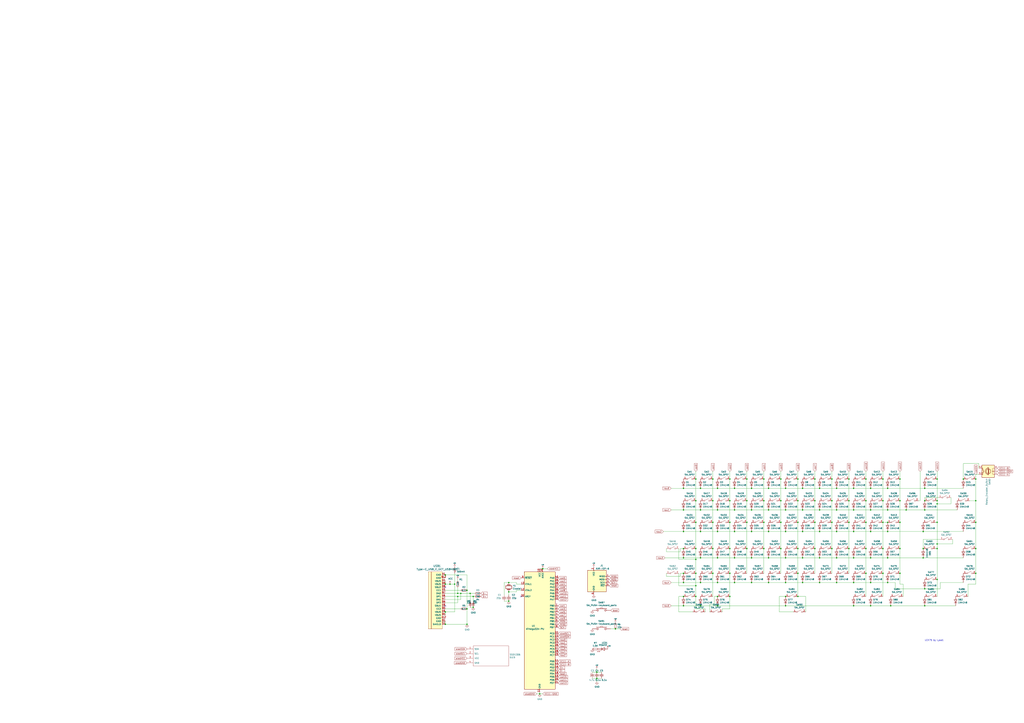
<source format=kicad_sch>
(kicad_sch (version 20211123) (generator eeschema)
  (paper "A1")
  (junction (at 791.21 393.7))
  (junction (at 759.46 411.48))
  (junction (at 728.98 458.47))
  (junction (at 739.14 411.48))
  (junction (at 725.17 393.7))
  (junction (at 697.23 411.48))
  (junction (at 575.31 401.32))
  (junction (at 490.22 557.53))
  (junction (at 641.35 429.26))
  (junction (at 687.07 458.47))
  (junction (at 769.62 393.7))
  (junction (at 711.2 450.85))
  (junction (at 585.47 393.7))
  (junction (at 715.01 436.88))
  (junction (at 769.62 450.85))
  (junction (at 561.34 478.79))
  (junction (at 659.13 436.88))
  (junction (at 801.37 471.17))
  (junction (at 758.19 450.85))
  (junction (at 683.26 450.85))
  (junction (at 701.04 436.88))
  (junction (at 589.28 478.79))
  (junction (at 659.13 478.79))
  (junction (at 599.44 429.26))
  (junction (at 669.29 450.85))
  (junction (at 655.32 471.17))
  (junction (at 561.34 419.1))
  (junction (at 599.44 450.85))
  (junction (at 673.1 419.1))
  (junction (at 758.19 436.88))
  (junction (at 375.92 490.22))
  (junction (at 728.98 436.88))
  (junction (at 659.13 419.1))
  (junction (at 603.25 419.1))
  (junction (at 589.28 490.22))
  (junction (at 715.01 497.84))
  (junction (at 711.2 411.48))
  (junction (at 697.23 429.26))
  (junction (at 417.83 494.03))
  (junction (at 617.22 419.1))
  (junction (at 561.34 490.22))
  (junction (at 683.26 411.48))
  (junction (at 571.5 471.17))
  (junction (at 627.38 450.85))
  (junction (at 641.35 450.85))
  (junction (at 687.07 478.79))
  (junction (at 575.31 458.47))
  (junction (at 417.83 478.79))
  (junction (at 739.14 471.17))
  (junction (at 715.01 401.32))
  (junction (at 490.22 552.45))
  (junction (at 613.41 429.26))
  (junction (at 617.22 401.32))
  (junction (at 575.31 497.84))
  (junction (at 561.34 436.88))
  (junction (at 687.07 401.32))
  (junction (at 739.14 450.85))
  (junction (at 655.32 429.26))
  (junction (at 759.46 401.32))
  (junction (at 731.52 497.84))
  (junction (at 673.1 401.32))
  (junction (at 725.17 471.17))
  (junction (at 673.1 458.47))
  (junction (at 561.34 450.85))
  (junction (at 645.16 458.47))
  (junction (at 725.17 429.26))
  (junction (at 631.19 436.88))
  (junction (at 645.16 419.1))
  (junction (at 728.98 419.1))
  (junction (at 769.62 447.04))
  (junction (at 645.16 478.79))
  (junction (at 711.2 471.17))
  (junction (at 571.5 481.33))
  (junction (at 575.31 478.79))
  (junction (at 585.47 411.48))
  (junction (at 388.62 499.11))
  (junction (at 758.19 458.47))
  (junction (at 388.62 490.22))
  (junction (at 669.29 393.7))
  (junction (at 561.34 471.17))
  (junction (at 711.2 429.26))
  (junction (at 613.41 411.48))
  (junction (at 715.01 458.47))
  (junction (at 645.16 497.84))
  (junction (at 687.07 419.1))
  (junction (at 369.57 480.06))
  (junction (at 571.5 393.7))
  (junction (at 585.47 450.85))
  (junction (at 585.47 471.17))
  (junction (at 505.46 516.89))
  (junction (at 627.38 429.26))
  (junction (at 617.22 458.47))
  (junction (at 386.08 487.68))
  (junction (at 655.32 450.85))
  (junction (at 589.28 436.88))
  (junction (at 613.41 450.85))
  (junction (at 697.23 393.7))
  (junction (at 655.32 411.48))
  (junction (at 759.46 483.87))
  (junction (at 801.37 450.85))
  (junction (at 697.23 450.85))
  (junction (at 641.35 393.7))
  (junction (at 383.54 500.38))
  (junction (at 365.76 502.92))
  (junction (at 801.37 411.48))
  (junction (at 443.23 570.23))
  (junction (at 575.31 419.1))
  (junction (at 589.28 458.47))
  (junction (at 759.46 419.1))
  (junction (at 571.5 450.85))
  (junction (at 589.28 419.1))
  (junction (at 725.17 411.48))
  (junction (at 701.04 401.32))
  (junction (at 575.31 436.88))
  (junction (at 603.25 458.47))
  (junction (at 561.34 401.32))
  (junction (at 603.25 478.79))
  (junction (at 617.22 478.79))
  (junction (at 641.35 411.48))
  (junction (at 613.41 393.7))
  (junction (at 659.13 458.47))
  (junction (at 683.26 429.26))
  (junction (at 631.19 458.47))
  (junction (at 561.34 458.47))
  (junction (at 589.28 497.84))
  (junction (at 599.44 411.48))
  (junction (at 378.46 487.68))
  (junction (at 627.38 411.48))
  (junction (at 655.32 490.22))
  (junction (at 725.17 450.85))
  (junction (at 373.38 480.06))
  (junction (at 673.1 478.79))
  (junction (at 801.37 429.26))
  (junction (at 769.62 429.26))
  (junction (at 365.76 472.44))
  (junction (at 669.29 411.48))
  (junction (at 759.46 497.84))
  (junction (at 417.83 486.41))
  (junction (at 365.76 513.08))
  (junction (at 701.04 497.84))
  (junction (at 701.04 419.1))
  (junction (at 659.13 401.32))
  (junction (at 687.07 436.88))
  (junction (at 769.62 414.02))
  (junction (at 645.16 436.88))
  (junction (at 645.16 401.32))
  (junction (at 728.98 401.32))
  (junction (at 728.98 478.79))
  (junction (at 744.22 419.1))
  (junction (at 655.32 393.7))
  (junction (at 701.04 458.47))
  (junction (at 673.1 436.88))
  (junction (at 585.47 429.26))
  (junction (at 375.92 487.68))
  (junction (at 715.01 478.79))
  (junction (at 571.5 411.48))
  (junction (at 631.19 401.32))
  (junction (at 645.16 490.22))
  (junction (at 383.54 485.14))
  (junction (at 631.19 419.1))
  (junction (at 631.19 478.79))
  (junction (at 669.29 429.26))
  (junction (at 383.54 513.08))
  (junction (at 701.04 478.79))
  (junction (at 365.76 480.06))
  (junction (at 603.25 401.32))
  (junction (at 561.34 497.84))
  (junction (at 801.37 393.7))
  (junction (at 617.22 436.88))
  (junction (at 739.14 429.26))
  (junction (at 728.98 429.26))
  (junction (at 589.28 401.32))
  (junction (at 571.5 459.74))
  (junction (at 627.38 393.7))
  (junction (at 739.14 393.7))
  (junction (at 683.26 393.7))
  (junction (at 571.5 429.26))
  (junction (at 599.44 490.22))
  (junction (at 599.44 393.7))
  (junction (at 445.77 467.36))
  (junction (at 599.44 471.17))
  (junction (at 715.01 419.1))
  (junction (at 711.2 393.7))
  (junction (at 571.5 490.22))
  (junction (at 603.25 436.88))
  (junction (at 769.62 411.48))
  (junction (at 769.62 476.25))
  (no_connect (at 365.76 482.6))
  (no_connect (at 365.76 497.84))
  (no_connect (at 427.99 490.22))
  (wire (pts (xy 701.04 478.79) (xy 687.07 478.79)))
  (wire (pts (xy 417.83 486.41) (xy 417.83 488.95)))
  (wire (pts (xy 443.23 568.96) (xy 443.23 570.23)))
  (wire (pts (xy 711.2 490.22) (xy 711.2 471.17)))
  (wire (pts (xy 755.65 387.35) (xy 755.65 411.48)))
  (wire (pts (xy 557.53 450.85) (xy 557.53 459.74)))
  (wire (pts (xy 575.31 419.1) (xy 561.34 419.1)))
  (wire (pts (xy 561.34 458.47) (xy 546.1 458.47)))
  (wire (pts (xy 759.46 497.84) (xy 784.86 497.84)))
  (wire (pts (xy 558.8 453.39) (xy 558.8 450.85)))
  (wire (pts (xy 659.13 436.88) (xy 645.16 436.88)))
  (wire (pts (xy 571.5 481.33) (xy 571.5 471.17)))
  (wire (pts (xy 378.46 487.68) (xy 386.08 487.68)))
  (wire (pts (xy 687.07 458.47) (xy 673.1 458.47)))
  (wire (pts (xy 585.47 490.22) (xy 585.47 471.17)))
  (wire (pts (xy 582.93 502.92) (xy 582.93 496.57)))
  (wire (pts (xy 558.8 471.17) (xy 561.34 471.17)))
  (wire (pts (xy 547.37 453.39) (xy 558.8 453.39)))
  (wire (pts (xy 801.37 471.17) (xy 801.37 450.85)))
  (wire (pts (xy 711.2 393.7) (xy 711.2 387.35)))
  (wire (pts (xy 715.01 478.79) (xy 701.04 478.79)))
  (wire (pts (xy 593.09 500.38) (xy 599.44 500.38)))
  (wire (pts (xy 659.13 419.1) (xy 645.16 419.1)))
  (wire (pts (xy 585.47 411.48) (xy 585.47 393.7)))
  (wire (pts (xy 640.08 502.92) (xy 640.08 490.22)))
  (wire (pts (xy 586.74 496.57) (xy 586.74 490.22)))
  (wire (pts (xy 731.52 497.84) (xy 715.01 497.84)))
  (wire (pts (xy 593.09 502.92) (xy 593.09 500.38)))
  (wire (pts (xy 715.01 458.47) (xy 701.04 458.47)))
  (wire (pts (xy 673.1 436.88) (xy 659.13 436.88)))
  (wire (pts (xy 443.23 570.23) (xy 440.69 570.23)))
  (wire (pts (xy 673.1 478.79) (xy 659.13 478.79)))
  (wire (pts (xy 769.62 411.48) (xy 769.62 393.7)))
  (wire (pts (xy 728.98 478.79) (xy 715.01 478.79)))
  (wire (pts (xy 373.38 502.92) (xy 365.76 502.92)))
  (wire (pts (xy 613.41 450.85) (xy 613.41 471.17)))
  (wire (pts (xy 759.46 483.87) (xy 772.16 483.87)))
  (wire (pts (xy 641.35 429.26) (xy 641.35 411.48)))
  (wire (pts (xy 603.25 478.79) (xy 589.28 478.79)))
  (wire (pts (xy 701.04 458.47) (xy 687.07 458.47)))
  (wire (pts (xy 571.5 500.38) (xy 571.5 490.22)))
  (wire (pts (xy 575.31 497.84) (xy 561.34 497.84)))
  (wire (pts (xy 701.04 401.32) (xy 687.07 401.32)))
  (wire (pts (xy 772.16 443.23) (xy 758.19 443.23)))
  (wire (pts (xy 631.19 401.32) (xy 617.22 401.32)))
  (wire (pts (xy 728.98 458.47) (xy 758.19 458.47)))
  (wire (pts (xy 744.22 419.1) (xy 759.46 419.1)))
  (wire (pts (xy 365.76 477.52) (xy 365.76 480.06)))
  (wire (pts (xy 378.46 492.76) (xy 365.76 492.76)))
  (wire (pts (xy 627.38 393.7) (xy 627.38 387.35)))
  (wire (pts (xy 558.8 450.85) (xy 561.34 450.85)))
  (wire (pts (xy 547.37 473.71) (xy 558.8 473.71)))
  (wire (pts (xy 741.68 480.06) (xy 739.14 480.06)))
  (wire (pts (xy 490.22 552.45) (xy 494.03 552.45)))
  (wire (pts (xy 547.37 471.17) (xy 547.37 473.71)))
  (wire (pts (xy 599.44 450.85) (xy 599.44 429.26)))
  (wire (pts (xy 728.98 458.47) (xy 715.01 458.47)))
  (wire (pts (xy 683.26 471.17) (xy 683.26 450.85)))
  (wire (pts (xy 645.16 401.32) (xy 631.19 401.32)))
  (wire (pts (xy 739.14 411.48) (xy 739.14 393.7)))
  (wire (pts (xy 641.35 411.48) (xy 641.35 393.7)))
  (wire (pts (xy 490.22 557.53) (xy 490.22 560.07)))
  (wire (pts (xy 759.46 401.32) (xy 791.21 401.32)))
  (wire (pts (xy 631.19 458.47) (xy 617.22 458.47)))
  (wire (pts (xy 613.41 411.48) (xy 613.41 429.26)))
  (wire (pts (xy 711.2 450.85) (xy 711.2 429.26)))
  (wire (pts (xy 365.76 510.54) (xy 365.76 513.08)))
  (wire (pts (xy 655.32 429.26) (xy 655.32 411.48)))
  (wire (pts (xy 803.91 384.81) (xy 803.91 381)))
  (wire (pts (xy 739.14 480.06) (xy 739.14 471.17)))
  (wire (pts (xy 547.37 450.85) (xy 547.37 453.39)))
  (wire (pts (xy 365.76 513.08) (xy 383.54 513.08)))
  (wire (pts (xy 414.02 478.79) (xy 414.02 488.95)))
  (wire (pts (xy 557.53 471.17) (xy 557.53 481.33)))
  (wire (pts (xy 669.29 450.85) (xy 669.29 429.26)))
  (wire (pts (xy 801.37 389.89) (xy 803.91 389.89)))
  (wire (pts (xy 631.19 419.1) (xy 617.22 419.1)))
  (wire (pts (xy 375.92 487.68) (xy 375.92 482.6)))
  (wire (pts (xy 711.2 471.17) (xy 711.2 450.85)))
  (wire (pts (xy 687.07 478.79) (xy 673.1 478.79)))
  (wire (pts (xy 365.76 480.06) (xy 369.57 480.06)))
  (wire (pts (xy 659.13 478.79) (xy 645.16 478.79)))
  (wire (pts (xy 759.46 419.1) (xy 786.13 419.1)))
  (wire (pts (xy 509.27 516.89) (xy 505.46 516.89)))
  (wire (pts (xy 769.62 476.25) (xy 769.62 490.22)))
  (wire (pts (xy 589.28 436.88) (xy 575.31 436.88)))
  (wire (pts (xy 645.16 478.79) (xy 631.19 478.79)))
  (wire (pts (xy 586.74 490.22) (xy 589.28 490.22)))
  (wire (pts (xy 801.37 389.89) (xy 801.37 393.7)))
  (wire (pts (xy 443.23 467.36) (xy 445.77 467.36)))
  (wire (pts (xy 365.76 505.46) (xy 365.76 502.92)))
  (wire (pts (xy 687.07 436.88) (xy 673.1 436.88)))
  (wire (pts (xy 585.47 393.7) (xy 585.47 387.35)))
  (wire (pts (xy 758.19 436.88) (xy 791.21 436.88)))
  (wire (pts (xy 388.62 490.22) (xy 388.62 494.03)))
  (wire (pts (xy 424.18 480.06) (xy 427.99 480.06)))
  (wire (pts (xy 603.25 458.47) (xy 589.28 458.47)))
  (wire (pts (xy 769.62 447.04) (xy 769.62 450.85)))
  (wire (pts (xy 759.46 408.94) (xy 759.46 411.48)))
  (wire (pts (xy 735.33 478.79) (xy 728.98 478.79)))
  (wire (pts (xy 613.41 393.7) (xy 613.41 411.48)))
  (wire (pts (xy 486.41 552.45) (xy 490.22 552.45)))
  (wire (pts (xy 585.47 450.85) (xy 585.47 429.26)))
  (wire (pts (xy 645.16 458.47) (xy 631.19 458.47)))
  (wire (pts (xy 599.44 393.7) (xy 599.44 387.35)))
  (wire (pts (xy 544.83 436.88) (xy 561.34 436.88)))
  (wire (pts (xy 365.76 472.44) (xy 383.54 472.44)))
  (wire (pts (xy 661.67 490.22) (xy 655.32 490.22)))
  (wire (pts (xy 375.92 490.22) (xy 375.92 495.3)))
  (wire (pts (xy 386.08 487.68) (xy 386.08 494.03)))
  (wire (pts (xy 603.25 401.32) (xy 589.28 401.32)))
  (wire (pts (xy 772.16 483.87) (xy 772.16 478.79)))
  (wire (pts (xy 557.53 502.92) (xy 557.53 490.22)))
  (wire (pts (xy 726.44 429.26) (xy 728.98 429.26)))
  (wire (pts (xy 373.38 480.06) (xy 373.38 471.17)))
  (wire (pts (xy 617.22 401.32) (xy 603.25 401.32)))
  (wire (pts (xy 769.62 429.26) (xy 769.62 447.04)))
  (wire (pts (xy 655.32 393.7) (xy 655.32 387.35)))
  (wire (pts (xy 801.37 429.26) (xy 801.37 450.85)))
  (wire (pts (xy 627.38 450.85) (xy 627.38 429.26)))
  (wire (pts (xy 424.18 486.41) (xy 424.18 485.14)))
  (wire (pts (xy 673.1 419.1) (xy 659.13 419.1)))
  (wire (pts (xy 599.44 429.26) (xy 599.44 411.48)))
  (wire (pts (xy 683.26 411.48) (xy 683.26 393.7)))
  (wire (pts (xy 589.28 401.32) (xy 575.31 401.32)))
  (wire (pts (xy 725.17 471.17) (xy 725.17 450.85)))
  (wire (pts (xy 589.28 497.84) (xy 575.31 497.84)))
  (wire (pts (xy 739.14 450.85) (xy 739.14 471.17)))
  (wire (pts (xy 715.01 419.1) (xy 701.04 419.1)))
  (wire (pts (xy 659.13 458.47) (xy 645.16 458.47)))
  (wire (pts (xy 575.31 401.32) (xy 561.34 401.32)))
  (wire (pts (xy 571.5 450.85) (xy 571.5 429.26)))
  (wire (pts (xy 725.17 411.48) (xy 725.17 393.7)))
  (wire (pts (xy 725.17 393.7) (xy 725.17 387.35)))
  (wire (pts (xy 728.98 419.1) (xy 744.22 419.1)))
  (wire (pts (xy 627.38 411.48) (xy 627.38 393.7)))
  (wire (pts (xy 669.29 411.48) (xy 669.29 393.7)))
  (wire (pts (xy 701.04 436.88) (xy 687.07 436.88)))
  (wire (pts (xy 617.22 478.79) (xy 603.25 478.79)))
  (wire (pts (xy 739.14 429.26) (xy 739.14 450.85)))
  (wire (pts (xy 417.83 486.41) (xy 424.18 486.41)))
  (wire (pts (xy 697.23 411.48) (xy 697.23 393.7)))
  (wire (pts (xy 627.38 471.17) (xy 627.38 450.85)))
  (wire (pts (xy 417.83 478.79) (xy 424.18 478.79)))
  (wire (pts (xy 669.29 471.17) (xy 669.29 450.85)))
  (wire (pts (xy 375.92 477.52) (xy 375.92 476.25)))
  (wire (pts (xy 725.17 429.26) (xy 725.17 411.48)))
  (wire (pts (xy 579.12 502.92) (xy 579.12 500.38)))
  (wire (pts (xy 571.5 429.26) (xy 571.5 411.48)))
  (wire (pts (xy 582.93 496.57) (xy 586.74 496.57)))
  (wire (pts (xy 575.31 436.88) (xy 561.34 436.88)))
  (wire (pts (xy 641.35 393.7) (xy 641.35 387.35)))
  (wire (pts (xy 571.5 490.22) (xy 571.5 481.33)))
  (wire (pts (xy 661.67 502.92) (xy 661.67 490.22)))
  (wire (pts (xy 599.44 411.48) (xy 599.44 393.7)))
  (wire (pts (xy 641.35 450.85) (xy 641.35 429.26)))
  (wire (pts (xy 728.98 401.32) (xy 715.01 401.32)))
  (wire (pts (xy 758.19 458.47) (xy 791.21 458.47)))
  (wire (pts (xy 683.26 429.26) (xy 683.26 411.48)))
  (wire (pts (xy 645.16 436.88) (xy 631.19 436.88)))
  (wire (pts (xy 575.31 478.79) (xy 561.34 478.79)))
  (wire (pts (xy 687.07 419.1) (xy 673.1 419.1)))
  (wire (pts (xy 424.18 485.14) (xy 427.99 485.14)))
  (wire (pts (xy 697.23 471.17) (xy 697.23 450.85)))
  (wire (pts (xy 728.98 436.88) (xy 758.19 436.88)))
  (wire (pts (xy 725.17 490.22) (xy 725.17 471.17)))
  (wire (pts (xy 715.01 436.88) (xy 701.04 436.88)))
  (wire (pts (xy 768.35 450.85) (xy 769.62 450.85)))
  (wire (pts (xy 631.19 478.79) (xy 617.22 478.79)))
  (wire (pts (xy 383.54 500.38) (xy 383.54 513.08)))
  (wire (pts (xy 739.14 393.7) (xy 739.14 387.35)))
  (wire (pts (xy 772.16 478.79) (xy 791.21 478.79)))
  (wire (pts (xy 645.16 419.1) (xy 631.19 419.1)))
  (wire (pts (xy 711.2 411.48) (xy 711.2 393.7)))
  (wire (pts (xy 383.54 472.44) (xy 383.54 485.14)))
  (wire (pts (xy 603.25 419.1) (xy 589.28 419.1)))
  (wire (pts (xy 801.37 411.48) (xy 801.37 429.26)))
  (wire (pts (xy 571.5 459.74) (xy 571.5 450.85)))
  (wire (pts (xy 735.33 483.87) (xy 759.46 483.87)))
  (wire (pts (xy 769.62 414.02) (xy 769.62 429.26)))
  (wire (pts (xy 561.34 478.79) (xy 551.18 478.79)))
  (wire (pts (xy 655.32 411.48) (xy 655.32 393.7)))
  (wire (pts (xy 378.46 487.68) (xy 378.46 492.76)))
  (wire (pts (xy 575.31 458.47) (xy 561.34 458.47)))
  (wire (pts (xy 640.08 490.22) (xy 645.16 490.22)))
  (wire (pts (xy 769.62 411.48) (xy 769.62 414.02)))
  (wire (pts (xy 386.08 487.68) (xy 389.89 487.68)))
  (wire (pts (xy 386.08 499.11) (xy 388.62 499.11)))
  (wire (pts (xy 683.26 450.85) (xy 683.26 429.26)))
  (wire (pts (xy 651.51 502.92) (xy 640.08 502.92)))
  (wire (pts (xy 373.38 480.06) (xy 373.38 502.92)))
  (wire (pts (xy 697.23 393.7) (xy 697.23 387.35)))
  (wire (pts (xy 731.52 497.84) (xy 759.46 497.84)))
  (wire (pts (xy 725.17 450.85) (xy 725.17 429.26)))
  (wire (pts (xy 551.18 497.84) (xy 561.34 497.84)))
  (wire (pts (xy 728.98 419.1) (xy 715.01 419.1)))
  (wire (pts (xy 375.92 487.68) (xy 378.46 487.68)))
  (wire (pts (xy 589.28 458.47) (xy 575.31 458.47)))
  (wire (pts (xy 697.23 429.26) (xy 697.23 411.48)))
  (wire (pts (xy 589.28 419.1) (xy 575.31 419.1)))
  (wire (pts (xy 414.02 494.03) (xy 417.83 494.03)))
  (wire (pts (xy 603.25 436.88) (xy 589.28 436.88)))
  (wire (pts (xy 599.44 471.17) (xy 599.44 450.85)))
  (wire (pts (xy 701.04 419.1) (xy 687.07 419.1)))
  (wire (pts (xy 375.92 495.3) (xy 365.76 495.3)))
  (wire (pts (xy 645.16 497.84) (xy 589.28 497.84)))
  (wire (pts (xy 365.76 500.38) (xy 378.46 500.38)))
  (wire (pts (xy 579.12 500.38) (xy 571.5 500.38)))
  (wire (pts (xy 796.29 411.48) (xy 801.37 411.48)))
  (wire (pts (xy 770.89 408.94) (xy 759.46 408.94)))
  (wire (pts (xy 571.5 411.48) (xy 571.5 393.7)))
  (wire (pts (xy 369.57 480.06) (xy 373.38 480.06)))
  (wire (pts (xy 782.32 443.23) (xy 782.32 447.04)))
  (wire (pts (xy 568.96 502.92) (xy 557.53 502.92)))
  (wire (pts (xy 613.41 429.26) (xy 613.41 450.85)))
  (wire (pts (xy 486.41 557.53) (xy 490.22 557.53)))
  (wire (pts (xy 687.07 401.32) (xy 673.1 401.32)))
  (wire (pts (xy 445.77 467.36) (xy 449.58 467.36)))
  (wire (pts (xy 781.05 414.02) (xy 769.62 414.02)))
  (wire (pts (xy 715.01 401.32) (xy 701.04 401.32)))
  (wire (pts (xy 585.47 471.17) (xy 585.47 450.85)))
  (wire (pts (xy 669.29 429.26) (xy 669.29 411.48)))
  (wire (pts (xy 613.41 387.35) (xy 613.41 393.7)))
  (wire (pts (xy 388.62 490.22) (xy 389.89 490.22)))
  (wire (pts (xy 728.98 436.88) (xy 715.01 436.88)))
  (wire (pts (xy 795.02 490.22) (xy 795.02 480.06)))
  (wire (pts (xy 557.53 481.33) (xy 571.5 481.33)))
  (wire (pts (xy 669.29 393.7) (xy 669.29 387.35)))
  (wire (pts (xy 655.32 450.85) (xy 655.32 429.26)))
  (wire (pts (xy 558.8 473.71) (xy 558.8 471.17)))
  (wire (pts (xy 683.26 393.7) (xy 683.26 387.35)))
  (wire (pts (xy 561.34 419.1) (xy 551.18 419.1)))
  (wire (pts (xy 490.22 557.53) (xy 494.03 557.53)))
  (wire (pts (xy 655.32 471.17) (xy 655.32 450.85)))
  (wire (pts (xy 769.62 393.7) (xy 769.62 387.35)))
  (wire (pts (xy 505.46 516.89) (xy 501.65 516.89)))
  (wire (pts (xy 741.68 490.22) (xy 741.68 480.06)))
  (wire (pts (xy 673.1 401.32) (xy 659.13 401.32)))
  (wire (pts (xy 631.19 436.88) (xy 617.22 436.88)))
  (wire (pts (xy 728.98 401.32) (xy 759.46 401.32)))
  (wire (pts (xy 557.53 459.74) (xy 571.5 459.74)))
  (wire (pts (xy 782.32 447.04) (xy 769.62 447.04)))
  (wire (pts (xy 754.38 411.48) (xy 755.65 411.48)))
  (wire (pts (xy 659.13 401.32) (xy 645.16 401.32)))
  (wire (pts (xy 424.18 478.79) (xy 424.18 480.06)))
  (wire (pts (xy 801.37 480.06) (xy 801.37 471.17)))
  (wire (pts (xy 365.76 487.68) (xy 375.92 487.68)))
  (wire (pts (xy 571.5 393.7) (xy 571.5 387.35)))
  (wire (pts (xy 697.23 450.85) (xy 697.23 429.26)))
  (wire (pts (xy 365.76 490.22) (xy 375.92 490.22)))
  (wire (pts (xy 365.76 474.98) (xy 365.76 472.44)))
  (wire (pts (xy 571.5 471.17) (xy 571.5 459.74)))
  (wire (pts (xy 627.38 429.26) (xy 627.38 411.48)))
  (wire (pts (xy 445.77 570.23) (xy 443.23 570.23)))
  (wire (pts (xy 791.21 381) (xy 791.21 393.7)))
  (wire (pts (xy 617.22 419.1) (xy 603.25 419.1)))
  (wire (pts (xy 589.28 478.79) (xy 575.31 478.79)))
  (wire (pts (xy 781.05 414.02) (xy 781.05 408.94)))
  (wire (pts (xy 735.33 483.87) (xy 735.33 478.79)))
  (wire (pts (xy 417.83 478.79) (xy 414.02 478.79)))
  (wire (pts (xy 617.22 458.47) (xy 603.25 458.47)))
  (wire (pts (xy 599.44 490.22) (xy 599.44 471.17)))
  (wire (pts (xy 490.22 552.45) (xy 490.22 549.91)))
  (wire (pts (xy 711.2 429.26) (xy 711.2 411.48)))
  (wire (pts (xy 803.91 381) (xy 791.21 381)))
  (wire (pts (xy 383.54 485.14) (xy 383.54 500.38)))
  (wire (pts (xy 599.44 500.38) (xy 599.44 490.22)))
  (wire (pts (xy 617.22 436.88) (xy 603.25 436.88)))
  (wire (pts (xy 561.34 401.32) (xy 551.18 401.32)))
  (wire (pts (xy 641.35 471.17) (xy 641.35 450.85)))
  (wire (pts (xy 758.19 443.23) (xy 758.19 450.85)))
  (wire (pts (xy 701.04 497.84) (xy 645.16 497.84)))
  (wire (pts (xy 585.47 429.26) (xy 585.47 411.48)))
  (wire (pts (xy 768.35 429.26) (xy 769.62 429.26)))
  (wire (pts (xy 795.02 480.06) (xy 801.37 480.06)))
  (wire (pts (xy 769.62 450.85) (xy 769.62 476.25)))
  (wire (pts (xy 673.1 458.47) (xy 659.13 458.47)))
  (wire (pts (xy 655.32 490.22) (xy 655.32 471.17)))
  (wire (pts (xy 739.14 429.26) (xy 739.14 411.48)))
  (wire (pts (xy 557.53 490.22) (xy 561.34 490.22)))
  (wire (pts (xy 375.92 490.22) (xy 388.62 490.22)))
  (wire (pts (xy 801.37 393.7) (xy 801.37 411.48)))
  (wire (pts (xy 365.76 485.14) (xy 378.46 485.14)))
  (wire (pts (xy 715.01 497.84) (xy 701.04 497.84)))
  (text "LCK75 by Lyso1" (at 759.46 527.05 0) (effects (font (size 1.27 1.27)) (justify left bottom)))
  (global_label "row1" (shape input) (at 551.18 419.1 180) (property "Intersheet References" "${INTERSHEET_REFS}" (effects hide)))
  (global_label "reset" (shape input) (at 427.99 474.98 180) (property "Intersheet References" "${INTERSHEET_REFS}" (effects hide)))
  (global_label "row3" (shape input) (at 458.47 530.86 0) (property "Intersheet References" "${INTERSHEET_REFS}" (effects hide)))
  (global_label "oledGND" (shape input) (at 383.54 544.83 180) (property "Intersheet References" "${INTERSHEET_REFS}" (effects hide)))
  (global_label "col0" (shape input) (at 458.47 474.98 0) (property "Intersheet References" "${INTERSHEET_REFS}" (effects hide)))
  (global_label "col1" (shape input) (at 585.47 387.35 90) (property "Intersheet References" "${INTERSHEET_REFS}" (effects hide)))
  (global_label "col1" (shape input) (at 458.47 497.84 0) (property "Intersheet References" "${INTERSHEET_REFS}" (effects hide)))
  (global_label "row0" (shape input) (at 458.47 525.78 0) (property "Intersheet References" "${INTERSHEET_REFS}" (effects hide)))
  (global_label "col13" (shape input) (at 458.47 561.34 0) (property "Intersheet References" "${INTERSHEET_REFS}" (effects hide)))
  (global_label "EC11-B" (shape input) (at 819.15 384.81 0) (property "Intersheet References" "${INTERSHEET_REFS}" (effects hide)))
  (global_label "col3" (shape input) (at 458.47 500.38 0) (property "Intersheet References" "${INTERSHEET_REFS}" (effects hide)))
  (global_label "col10" (shape input) (at 711.2 387.35 90) (property "Intersheet References" "${INTERSHEET_REFS}" (effects hide)))
  (global_label "MISO" (shape input) (at 500.38 473.71 0) (property "Intersheet References" "${INTERSHEET_REFS}" (effects hide)))
  (global_label "MOSI" (shape input) (at 500.38 476.25 0) (property "Intersheet References" "${INTERSHEET_REFS}" (effects hide)))
  (global_label "col9" (shape input) (at 458.47 508 0) (property "Intersheet References" "${INTERSHEET_REFS}" (effects hide)))
  (global_label "SCK" (shape input) (at 458.47 515.62 0) (property "Intersheet References" "${INTERSHEET_REFS}" (effects hide)))
  (global_label "D-" (shape input) (at 458.47 551.18 0) (property "Intersheet References" "${INTERSHEET_REFS}" (effects hide)))
  (global_label "col5" (shape input) (at 458.47 502.92 0) (property "Intersheet References" "${INTERSHEET_REFS}" (effects hide)))
  (global_label "MISO" (shape input) (at 458.47 513.08 0) (property "Intersheet References" "${INTERSHEET_REFS}" (effects hide)))
  (global_label "col11" (shape input) (at 458.47 490.22 0) (property "Intersheet References" "${INTERSHEET_REFS}" (effects hide)))
  (global_label "oledVCC" (shape input) (at 383.54 541.02 180) (property "Intersheet References" "${INTERSHEET_REFS}" (effects hide)))
  (global_label "col6" (shape input) (at 655.32 387.35 90) (property "Intersheet References" "${INTERSHEET_REFS}" (effects hide)))
  (global_label "col8" (shape input) (at 683.26 387.35 90) (property "Intersheet References" "${INTERSHEET_REFS}" (effects hide)))
  (global_label "MOSI" (shape input) (at 458.47 510.54 0) (property "Intersheet References" "${INTERSHEET_REFS}" (effects hide)))
  (global_label "EC11-GND" (shape input) (at 445.77 570.23 0) (property "Intersheet References" "${INTERSHEET_REFS}" (effects hide)))
  (global_label "col0" (shape input) (at 571.5 387.35 90) (property "Intersheet References" "${INTERSHEET_REFS}" (effects hide)))
  (global_label "oledGND" (shape input) (at 440.69 570.23 180) (property "Intersheet References" "${INTERSHEET_REFS}" (effects hide)))
  (global_label "col9" (shape input) (at 697.23 387.35 90) (property "Intersheet References" "${INTERSHEET_REFS}" (effects hide)))
  (global_label "row4" (shape input) (at 551.18 478.79 180) (property "Intersheet References" "${INTERSHEET_REFS}" (effects hide)))
  (global_label "col5" (shape input) (at 641.35 387.35 90) (property "Intersheet References" "${INTERSHEET_REFS}" (effects hide)))
  (global_label "col12" (shape input) (at 739.14 387.35 90) (property "Intersheet References" "${INTERSHEET_REFS}" (effects hide)))
  (global_label "col7" (shape input) (at 669.29 387.35 90) (property "Intersheet References" "${INTERSHEET_REFS}" (effects hide)))
  (global_label "col2" (shape input) (at 599.44 387.35 90) (property "Intersheet References" "${INTERSHEET_REFS}" (effects hide)))
  (global_label "SCK" (shape input) (at 500.38 478.79 0) (property "Intersheet References" "${INTERSHEET_REFS}" (effects hide)))
  (global_label "D+" (shape input) (at 394.97 490.22 0) (property "Intersheet References" "${INTERSHEET_REFS}" (effects hide)))
  (global_label "col2" (shape input) (at 458.47 477.52 0) (property "Intersheet References" "${INTERSHEET_REFS}" (effects hide)))
  (global_label "col15" (shape input) (at 801.37 389.89 90) (property "Intersheet References" "${INTERSHEET_REFS}" (effects hide)))
  (global_label "row1" (shape input) (at 458.47 528.32 0) (property "Intersheet References" "${INTERSHEET_REFS}" (effects hide)))
  (global_label "col14" (shape input) (at 769.62 387.35 90) (property "Intersheet References" "${INTERSHEET_REFS}" (effects hide)))
  (global_label "EC11-A" (shape input) (at 458.47 543.56 0) (property "Intersheet References" "${INTERSHEET_REFS}" (effects hide)))
  (global_label "EC11-A" (shape input) (at 819.15 389.89 0) (property "Intersheet References" "${INTERSHEET_REFS}" (effects hide)))
  (global_label "oledSDA" (shape input) (at 458.47 523.24 0) (property "Intersheet References" "${INTERSHEET_REFS}" (effects hide)))
  (global_label "col10" (shape input) (at 458.47 487.68 0) (property "Intersheet References" "${INTERSHEET_REFS}" (effects hide)))
  (global_label "col3" (shape input) (at 613.41 387.35 90) (property "Intersheet References" "${INTERSHEET_REFS}" (effects hide)))
  (global_label "col4" (shape input) (at 458.47 480.06 0) (property "Intersheet References" "${INTERSHEET_REFS}" (effects hide)))
  (global_label "boot" (shape input) (at 458.47 553.72 0) (property "Intersheet References" "${INTERSHEET_REFS}" (effects hide)))
  (global_label "oledVCC" (shape input) (at 449.58 467.36 0) (property "Intersheet References" "${INTERSHEET_REFS}" (effects hide)))
  (global_label "col14" (shape input) (at 458.47 558.8 0) (property "Intersheet References" "${INTERSHEET_REFS}" (effects hide)))
  (global_label "oledSDA" (shape input) (at 383.54 533.4 180) (property "Intersheet References" "${INTERSHEET_REFS}" (effects hide)))
  (global_label "row5" (shape input) (at 458.47 533.4 0) (property "Intersheet References" "${INTERSHEET_REFS}" (effects hide)))
  (global_label "boot" (shape input) (at 501.65 501.65 0) (property "Intersheet References" "${INTERSHEET_REFS}" (effects hide)))
  (global_label "row3" (shape input) (at 546.1 458.47 180) (property "Intersheet References" "${INTERSHEET_REFS}" (effects hide)))
  (global_label "row2" (shape input) (at 544.83 436.88 180) (property "Intersheet References" "${INTERSHEET_REFS}" (effects hide)))
  (global_label "col8" (shape input) (at 458.47 485.14 0) (property "Intersheet References" "${INTERSHEET_REFS}" (effects hide)))
  (global_label "D-" (shape input) (at 394.97 487.68 0) (property "Intersheet References" "${INTERSHEET_REFS}" (effects hide)))
  (global_label "EC11-GND" (shape input) (at 819.15 387.35 0) (property "Intersheet References" "${INTERSHEET_REFS}" (effects hide)))
  (global_label "oledSCL" (shape input) (at 383.54 537.21 180) (property "Intersheet References" "${INTERSHEET_REFS}" (effects hide)))
  (global_label "D+" (shape input) (at 458.47 548.64 0) (property "Intersheet References" "${INTERSHEET_REFS}" (effects hide)))
  (global_label "reset" (shape input) (at 500.38 481.33 0) (property "Intersheet References" "${INTERSHEET_REFS}" (effects hide)))
  (global_label "row4" (shape input) (at 458.47 535.94 0) (property "Intersheet References" "${INTERSHEET_REFS}" (effects hide)))
  (global_label "col12" (shape input) (at 458.47 492.76 0) (property "Intersheet References" "${INTERSHEET_REFS}" (effects hide)))
  (global_label "col15" (shape input) (at 458.47 556.26 0) (property "Intersheet References" "${INTERSHEET_REFS}" (effects hide)))
  (global_label "col13" (shape input) (at 755.65 387.35 90) (property "Intersheet References" "${INTERSHEET_REFS}" (effects hide)))
  (global_label "row0" (shape input) (at 551.18 401.32 180) (property "Intersheet References" "${INTERSHEET_REFS}" (effects hide)))
  (global_label "col6" (shape input) (at 458.47 482.6 0) (property "Intersheet References" "${INTERSHEET_REFS}" (effects hide)))
  (global_label "col4" (shape input) (at 627.38 387.35 90) (property "Intersheet References" "${INTERSHEET_REFS}" (effects hide)))
  (global_label "oledSCL" (shape input) (at 458.47 520.7 0) (property "Intersheet References" "${INTERSHEET_REFS}" (effects hide)))
  (global_label "EC11-B" (shape input) (at 458.47 546.1 0) (property "Intersheet References" "${INTERSHEET_REFS}" (effects hide)))
  (global_label "row2" (shape input) (at 458.47 538.48 0) (property "Intersheet References" "${INTERSHEET_REFS}" (effects hide)))
  (global_label "col7" (shape input) (at 458.47 505.46 0) (property "Intersheet References" "${INTERSHEET_REFS}" (effects hide)))
  (global_label "col11" (shape input) (at 725.17 387.35 90) (property "Intersheet References" "${INTERSHEET_REFS}" (effects hide)))
  (global_label "row5" (shape input) (at 551.18 497.84 180) (property "Intersheet References" "${INTERSHEET_REFS}" (effects hide)))
  (global_label "reset" (shape input) (at 509.27 516.89 0) (property "Intersheet References" "${INTERSHEET_REFS}" (effects hide)))
  (symbol (lib_id "Device:R_Small") (at 381 485.14 270) (unit 1)
    (property "Reference" "R2" (at 381 482.6 90))
    (property "Value" "5.1k" (at 381 485.14 90) (effects (font (size 0.9906 0.9906))))
    (property "Footprint" "cftkb:R_Axial_DIN0204_L3.6mm_D1.6mm_P7.62mm_Horizontal" (effects hide))
  )
  (symbol (lib_id "Device:R_Small") (at 381 500.38 90) (unit 1)
    (property "Reference" "R5" (at 381 497.84 90))
    (property "Value" "5.1k" (at 381 500.38 90) (effects (font (size 0.9906 0.9906))))
    (property "Footprint" "cftkb:R_Axial_DIN0204_L3.6mm_D1.6mm_P7.62mm_Horizontal" (effects hide))
  )
  (symbol (lib_id "Device:CP1_Small") (at 486.41 554.99 0) (unit 1)
    (property "Reference" "C3" (at 485.14 551.18 0) (effects (justify left)))
    (property "Value" "4.7u" (at 483.87 558.8 0) (effects (justify left)))
    (property "Footprint" "cftkb:CP_Radial_D4.0mm_P1.50mm" (effects hide))
  )
  (symbol (lib_id "Device:C_Small") (at 490.22 554.99 0) (unit 1)
    (property "Reference" "C4" (at 488.95 551.18 0) (effects (justify left)))
    (property "Value" "0.1u" (at 488.95 558.8 0) (effects (justify left)))
    (property "Footprint" "cftkb:C_Disc_D4.3mm_W1.9mm_P5.00mm" (effects hide))
  )
  (symbol (lib_id "Device:C_Small") (at 494.03 554.99 0) (unit 1)
    (property "Reference" "C5" (at 492.76 551.18 0) (effects (justify left)))
    (property "Value" "0.1u" (at 494.03 558.8 0) (effects (justify left)))
    (property "Footprint" "cftkb:C_Disc_D4.3mm_W1.9mm_P5.00mm" (effects hide))
  )
  (symbol (lib_id "MCU_Microchip_ATmega:ATmega32A-PU") (at 443.23 518.16 0) (unit 1)
    (property "Reference" "U1" (at 438.15 514.35 0))
    (property "Value" "ATmega32A-PU" (at 439.42 516.89 0))
    (property "Footprint" "cftkb:DIP-40_W15.24mm" (effects hide))
    (property "Datasheet" "http://ww1.microchip.com/downloads/en/DeviceDoc/atmel-8155-8-bit-microcontroller-avr-atmega32a_datasheet.pdf" (effects hide))
  )
  (symbol (lib_id "Device:D_Zener_Small") (at 386.08 496.57 270) (unit 1)
    (property "Reference" "D83" (at 383.54 494.03 90) (effects (font (size 0.9906 0.9906)) (justify left)))
    (property "Value" "3.6V" (at 388.62 495.3 90) (effects (font (size 0.9906 0.9906)) (justify left)))
    (property "Footprint" "cftkb:D_DO-35_SOD27_P5.08mm_Horizontal" (effects hide))
  )
  (symbol (lib_id "Device:D_Zener_Small") (at 388.62 496.57 270) (unit 1)
    (property "Reference" "D84" (at 388.62 494.03 90) (effects (font (size 0.9906 0.9906)) (justify left)))
    (property "Value" "3.6V" (at 383.54 495.3 90) (effects (font (size 0.9906 0.9906)) (justify left)))
    (property "Footprint" "cftkb:D_DO-35_SOD27_P5.08mm_Horizontal" (effects hide))
  )
  (symbol (lib_id "power:+5V") (at 490.22 549.91 0) (unit 1)
    (property "Reference" "#PWR015" (effects hide))
    (property "Value" "+5V" (at 490.1184 546.6588 0) (effects (font (size 0.762 0.762))))
  )
  (symbol (lib_id "power:+5V") (at 445.77 467.36 0) (unit 1)
    (property "Reference" "#PWR03" (effects hide))
    (property "Value" "+5V" (at 445.6684 464.1088 0) (effects (font (size 0.762 0.762))))
  )
  (symbol (lib_id "power:GND") (at 443.23 570.23 0) (unit 1)
    (property "Reference" "#PWR017" (effects hide))
    (property "Value" "GND" (at 443.357 574.6242 0))
  )
  (symbol (lib_id "Device:R_Small") (at 505.46 514.35 0) (unit 1)
    (property "Reference" "R6" (at 506.9586 513.1816 0) (effects (justify left)))
    (property "Value" "10k" (at 506.9586 515.493 0) (effects (justify left)))
    (property "Footprint" "cftkb:R_Axial_DIN0204_L3.6mm_D1.6mm_P7.62mm_Horizontal" (effects hide))
  )
  (symbol (lib_id "power:+5V") (at 505.46 511.81 0) (unit 1)
    (property "Reference" "#PWR010" (effects hide))
    (property "Value" "+5V" (at 505.3584 508.5588 0) (effects (font (size 0.762 0.762))))
  )
  (symbol (lib_id "power:GND") (at 486.41 516.89 0) (unit 1)
    (property "Reference" "#PWR012" (effects hide))
    (property "Value" "GND" (at 486.537 521.2842 0))
  )
  (symbol (lib_id "Device:LED") (at 495.3 533.4 0) (unit 1)
    (property "Reference" "LED1" (at 496.57 528.32 0))
    (property "Value" "POWER" (at 495.0714 530.225 0))
    (property "Footprint" "cftkb:LED_D3.0mm" (effects hide))
  )
  (symbol (lib_id "power:+5V") (at 499.11 533.4 0) (unit 1)
    (property "Reference" "#PWR014" (effects hide))
    (property "Value" "+5V" (at 500.38 530.86 0) (effects (font (size 0.762 0.762))))
  )
  (symbol (lib_id "Device:R_Small") (at 488.95 533.4 270) (unit 1)
    (property "Reference" "R7" (at 488.95 528.4216 90))
    (property "Value" "1.5K" (at 488.95 530.733 90))
    (property "Footprint" "cftkb:R_Axial_DIN0204_L3.6mm_D1.6mm_P7.62mm_Horizontal" (effects hide))
  )
  (symbol (lib_id "power:GND") (at 486.41 533.4 0) (unit 1)
    (property "Reference" "#PWR013" (effects hide))
    (property "Value" "GND" (at 486.537 537.7942 0))
  )
  (symbol (lib_id "power:GND") (at 486.41 501.65 0) (unit 1)
    (property "Reference" "#PWR09" (effects hide))
    (property "Value" "GND" (at 486.537 506.0442 0))
  )
  (symbol (lib_id "Device:R_Small") (at 392.43 487.68 270) (unit 1)
    (property "Reference" "R3" (at 392.43 485.14 90))
    (property "Value" "75R" (at 392.43 487.68 90) (effects (font (size 0.9906 0.9906))))
    (property "Footprint" "cftkb:R_Axial_DIN0204_L3.6mm_D1.6mm_P7.62mm_Horizontal" (effects hide))
  )
  (symbol (lib_id "Device:R_Small") (at 392.43 490.22 270) (unit 1)
    (property "Reference" "R4" (at 392.43 492.76 90))
    (property "Value" "75R" (at 392.43 490.22 90) (effects (font (size 0.9906 0.9906))))
    (property "Footprint" "cftkb:R_Axial_DIN0204_L3.6mm_D1.6mm_P7.62mm_Horizontal" (effects hide))
  )
  (symbol (lib_id "power:GND") (at 383.54 513.08 0) (unit 1)
    (property "Reference" "#PWR011" (effects hide))
    (property "Value" "GND" (at 383.667 517.4742 0))
  )
  (symbol (lib_id "Device:Crystal") (at 417.83 482.6 270) (unit 1)
    (property "Reference" "Y1" (at 421.1574 481.4316 90) (effects (justify left)))
    (property "Value" "Crystal" (at 421.1574 483.743 90) (effects (justify left)))
    (property "Footprint" "cftkb:Crystal_HC49-4H_Vertical" (effects hide))
  )
  (symbol (lib_id "power:GND") (at 388.62 499.11 0) (unit 1)
    (property "Reference" "#PWR08" (effects hide))
    (property "Value" "GND" (at 388.747 503.5042 0))
  )
  (symbol (lib_id "Device:C_Small") (at 417.83 491.49 0) (unit 1)
    (property "Reference" "C2" (at 420.37 488.95 0) (effects (justify left)))
    (property "Value" "22p" (at 420.37 491.49 0) (effects (justify left)))
    (property "Footprint" "cftkb:C_Disc_D3.0mm_W1.6mm_P2.50mm" (effects hide))
  )
  (symbol (lib_id "Device:C_Small") (at 414.02 491.49 0) (unit 1)
    (property "Reference" "C1" (at 408.94 488.95 0) (effects (justify left)))
    (property "Value" "22p" (at 407.67 491.49 0) (effects (justify left)))
    (property "Footprint" "cftkb:C_Disc_D3.0mm_W1.6mm_P2.50mm" (effects hide))
  )
  (symbol (lib_id "power:+5V") (at 487.68 466.09 0) (unit 1)
    (property "Reference" "#PWR02" (effects hide))
    (property "Value" "+5V" (at 487.5784 462.8388 0) (effects (font (size 0.762 0.762))))
  )
  (symbol (lib_id "power:GND") (at 417.83 494.03 0) (unit 1)
    (property "Reference" "#PWR07" (effects hide))
    (property "Value" "GND" (at 417.957 498.4242 0))
  )
  (symbol (lib_id "Device:R_Small") (at 375.92 480.06 0) (unit 1)
    (property "Reference" "R1" (at 377.19 476.25 0) (effects (justify left)))
    (property "Value" "1.5k" (at 375.92 481.33 90) (effects (font (size 0.9906 0.9906)) (justify left)))
    (property "Footprint" "cftkb:R_Axial_DIN0204_L3.6mm_D1.6mm_P7.62mm_Horizontal" (effects hide))
  )
  (symbol (lib_id "power:+5V") (at 375.92 476.25 0) (unit 1)
    (property "Reference" "#PWR04" (effects hide))
    (property "Value" "+5V" (at 375.8184 472.9988 0) (effects (font (size 0.762 0.762))))
  )
  (symbol (lib_id "power:VCC") (at 369.57 480.06 0) (unit 1)
    (property "Reference" "#PWR05" (effects hide))
    (property "Value" "VCC" (at 370.0018 475.6658 0))
  )
  (symbol (lib_id "Device:Polyfuse_Small") (at 373.38 468.63 0) (unit 1)
    (property "Reference" "F1" (at 375.1072 467.4616 0) (effects (justify left)))
    (property "Value" "500mA" (at 375.1072 469.773 0) (effects (justify left)))
    (property "Footprint" "cftkb:polyfuse_5.1mm" (effects hide))
  )
  (symbol (lib_id "power:+5V") (at 373.38 466.09 0) (unit 1)
    (property "Reference" "#PWR01" (effects hide))
    (property "Value" "+5V" (at 373.2784 462.8388 0) (effects (font (size 0.762 0.762))))
  )
  (symbol (lib_id "Connector:AVR-ISP-6") (at 490.22 478.79 0) (unit 1)
    (property "Reference" "J1" (at 495.3 464.82 0) (effects (justify right)))
    (property "Value" "AVR-ISP-6" (at 500.38 467.36 0) (effects (justify right)))
    (property "Footprint" "cftkb:AVR_ICSP_3x2" (effects hide))
    (property "Datasheet" " ~" (effects hide))
  )
  (symbol (lib_id "power:GND") (at 487.68 488.95 0) (unit 1)
    (property "Reference" "#PWR06" (effects hide))
    (property "Value" "GND" (at 487.807 493.3442 0))
  )
  (symbol (lib_id "power:GND") (at 490.22 560.07 0) (unit 1)
    (property "Reference" "#PWR016" (effects hide))
    (property "Value" "GND" (at 490.347 564.4642 0))
  )
  (symbol (lib_id "Switch:SW_SPST") (at 566.42 393.7 0) (unit 1)
    (property "Reference" "SW1" (at 566.42 387.731 0))
    (property "Value" "SW_SPST" (at 566.42 390.0424 0))
    (property "Footprint" "MX_Only:MXOnly-1U-NoLED" (effects hide))
  )
  (symbol (lib_id "Switch:SW_SPST") (at 580.39 393.7 0) (unit 1)
    (property "Reference" "SW2" (at 580.39 387.731 0))
    (property "Value" "SW_SPST" (at 580.39 390.0424 0))
    (property "Footprint" "MX_Only:MXOnly-1U-NoLED" (effects hide))
  )
  (symbol (lib_id "Switch:SW_SPST") (at 594.36 393.7 0) (unit 1)
    (property "Reference" "SW3" (at 594.36 387.731 0))
    (property "Value" "SW_SPST" (at 594.36 390.0424 0))
    (property "Footprint" "MX_Only:MXOnly-1U-NoLED" (effects hide))
  )
  (symbol (lib_id "Switch:SW_SPST") (at 608.33 393.7 0) (unit 1)
    (property "Reference" "SW4" (at 608.33 387.731 0))
    (property "Value" "SW_SPST" (at 608.33 390.0424 0))
    (property "Footprint" "MX_Only:MXOnly-1U-NoLED" (effects hide))
  )
  (symbol (lib_id "Switch:SW_SPST") (at 622.3 393.7 0) (unit 1)
    (property "Reference" "SW5" (at 622.3 387.731 0))
    (property "Value" "SW_SPST" (at 622.3 390.0424 0))
    (property "Footprint" "MX_Only:MXOnly-1U-NoLED" (effects hide))
  )
  (symbol (lib_id "Switch:SW_SPST") (at 636.27 393.7 0) (unit 1)
    (property "Reference" "SW6" (at 636.27 387.731 0))
    (property "Value" "SW_SPST" (at 636.27 390.0424 0))
    (property "Footprint" "MX_Only:MXOnly-1U-NoLED" (effects hide))
  )
  (symbol (lib_id "Switch:SW_SPST") (at 650.24 393.7 0) (unit 1)
    (property "Reference" "SW7" (at 650.24 387.731 0))
    (property "Value" "SW_SPST" (at 650.24 390.0424 0))
    (property "Footprint" "MX_Only:MXOnly-1U-NoLED" (effects hide))
  )
  (symbol (lib_id "Switch:SW_SPST") (at 664.21 393.7 0) (unit 1)
    (property "Reference" "SW8" (at 664.21 387.731 0))
    (property "Value" "SW_SPST" (at 664.21 390.0424 0))
    (property "Footprint" "MX_Only:MXOnly-1U-NoLED" (effects hide))
  )
  (symbol (lib_id "Switch:SW_SPST") (at 678.18 393.7 0) (unit 1)
    (property "Reference" "SW9" (at 678.18 387.731 0))
    (property "Value" "SW_SPST" (at 678.18 390.0424 0))
    (property "Footprint" "MX_Only:MXOnly-1U-NoLED" (effects hide))
  )
  (symbol (lib_id "Switch:SW_SPST") (at 692.15 393.7 0) (unit 1)
    (property "Reference" "SW10" (at 692.15 387.731 0))
    (property "Value" "SW_SPST" (at 692.15 390.0424 0))
    (property "Footprint" "MX_Only:MXOnly-1U-NoLED" (effects hide))
  )
  (symbol (lib_id "Switch:SW_SPST") (at 706.12 393.7 0) (unit 1)
    (property "Reference" "SW11" (at 706.12 387.731 0))
    (property "Value" "SW_SPST" (at 706.12 390.0424 0))
    (property "Footprint" "MX_Only:MXOnly-1U-NoLED" (effects hide))
  )
  (symbol (lib_id "Switch:SW_SPST") (at 720.09 393.7 0) (unit 1)
    (property "Reference" "SW12" (at 720.09 387.731 0))
    (property "Value" "SW_SPST" (at 720.09 390.0424 0))
    (property "Footprint" "MX_Only:MXOnly-1U-NoLED" (effects hide))
  )
  (symbol (lib_id "Switch:SW_SPST") (at 734.06 393.7 0) (unit 1)
    (property "Reference" "SW13" (at 734.06 387.731 0))
    (property "Value" "SW_SPST" (at 734.06 390.0424 0))
    (property "Footprint" "MX_Only:MXOnly-1U-NoLED" (effects hide))
  )
  (symbol (lib_id "Switch:SW_SPST") (at 764.54 393.7 0) (unit 1)
    (property "Reference" "SW14" (at 764.54 387.731 0))
    (property "Value" "SW_SPST" (at 764.54 390.0424 0))
    (property "Footprint" "MX_Only:MXOnly-1U-NoLED" (effects hide))
  )
  (symbol (lib_id "Switch:SW_SPST") (at 796.29 393.7 0) (unit 1)
    (property "Reference" "SW15" (at 796.29 387.731 0))
    (property "Value" "SW_SPST" (at 796.29 390.0424 0))
    (property "Footprint" "MX_Only:MXOnly-1U-NoLED" (effects hide))
  )
  (symbol (lib_id "Switch:SW_SPST") (at 566.42 411.48 0) (unit 1)
    (property "Reference" "SW16" (at 566.42 405.511 0))
    (property "Value" "SW_SPST" (at 566.42 407.8224 0))
    (property "Footprint" "MX_Only:MXOnly-1U-NoLED" (effects hide))
  )
  (symbol (lib_id "Switch:SW_SPST") (at 580.39 411.48 0) (unit 1)
    (property "Reference" "SW17" (at 580.39 405.511 0))
    (property "Value" "SW_SPST" (at 580.39 407.8224 0))
    (property "Footprint" "MX_Only:MXOnly-1U-NoLED" (effects hide))
  )
  (symbol (lib_id "Switch:SW_SPST") (at 594.36 411.48 0) (unit 1)
    (property "Reference" "SW18" (at 594.36 405.511 0))
    (property "Value" "SW_SPST" (at 594.36 407.8224 0))
    (property "Footprint" "MX_Only:MXOnly-1U-NoLED" (effects hide))
  )
  (symbol (lib_id "Switch:SW_SPST") (at 608.33 411.48 0) (unit 1)
    (property "Reference" "SW19" (at 608.33 405.511 0))
    (property "Value" "SW_SPST" (at 608.33 407.8224 0))
    (property "Footprint" "MX_Only:MXOnly-1U-NoLED" (effects hide))
  )
  (symbol (lib_id "Switch:SW_SPST") (at 622.3 411.48 0) (unit 1)
    (property "Reference" "SW20" (at 622.3 405.511 0))
    (property "Value" "SW_SPST" (at 622.3 407.8224 0))
    (property "Footprint" "MX_Only:MXOnly-1U-NoLED" (effects hide))
  )
  (symbol (lib_id "Switch:SW_SPST") (at 636.27 411.48 0) (unit 1)
    (property "Reference" "SW21" (at 636.27 405.511 0))
    (property "Value" "SW_SPST" (at 636.27 407.8224 0))
    (property "Footprint" "MX_Only:MXOnly-1U-NoLED" (effects hide))
  )
  (symbol (lib_id "Switch:SW_SPST") (at 650.24 411.48 0) (unit 1)
    (property "Reference" "SW22" (at 650.24 405.511 0))
    (property "Value" "SW_SPST" (at 650.24 407.8224 0))
    (property "Footprint" "MX_Only:MXOnly-1U-NoLED" (effects hide))
  )
  (symbol (lib_id "Switch:SW_SPST") (at 664.21 411.48 0) (unit 1)
    (property "Reference" "SW23" (at 664.21 405.511 0))
    (property "Value" "SW_SPST" (at 664.21 407.8224 0))
    (property "Footprint" "MX_Only:MXOnly-1U-NoLED" (effects hide))
  )
  (symbol (lib_id "Switch:SW_SPST") (at 678.18 411.48 0) (unit 1)
    (property "Reference" "SW24" (at 678.18 405.511 0))
    (property "Value" "SW_SPST" (at 678.18 407.8224 0))
    (property "Footprint" "MX_Only:MXOnly-1U-NoLED" (effects hide))
  )
  (symbol (lib_id "Switch:SW_SPST") (at 692.15 411.48 0) (unit 1)
    (property "Reference" "SW25" (at 692.15 405.511 0))
    (property "Value" "SW_SPST" (at 692.15 407.8224 0))
    (property "Footprint" "MX_Only:MXOnly-1U-NoLED" (effects hide))
  )
  (symbol (lib_id "Switch:SW_SPST") (at 706.12 411.48 0) (unit 1)
    (property "Reference" "SW26" (at 706.12 405.511 0))
    (property "Value" "SW_SPST" (at 706.12 407.8224 0))
    (property "Footprint" "MX_Only:MXOnly-1U-NoLED" (effects hide))
  )
  (symbol (lib_id "Switch:SW_SPST") (at 720.09 411.48 0) (unit 1)
    (property "Reference" "SW27" (at 720.09 405.511 0))
    (property "Value" "SW_SPST" (at 720.09 407.8224 0))
    (property "Footprint" "MX_Only:MXOnly-1U-NoLED" (effects hide))
  )
  (symbol (lib_id "Switch:SW_SPST") (at 734.06 411.48 0) (unit 1)
    (property "Reference" "SW28" (at 734.06 405.511 0))
    (property "Value" "SW_SPST" (at 734.06 407.8224 0))
    (property "Footprint" "MX_Only:MXOnly-1U-NoLED" (effects hide))
  )
  (symbol (lib_id "Switch:SW_SPST") (at 764.54 411.48 0) (unit 1)
    (property "Reference" "SW29" (at 764.54 405.511 0))
    (property "Value" "SW_SPST" (at 764.54 407.8224 0))
    (property "Footprint" "MX_Only:MXOnly-2U-NoLED" (effects hide))
  )
  (symbol (lib_id "Switch:SW_SPST") (at 566.42 429.26 0) (unit 1)
    (property "Reference" "SW31" (at 566.42 423.291 0))
    (property "Value" "SW_SPST" (at 566.42 425.6024 0))
    (property "Footprint" "MX_Only:MXOnly-1.5U-NoLED" (effects hide))
  )
  (symbol (lib_id "Switch:SW_SPST") (at 580.39 429.26 0) (unit 1)
    (property "Reference" "SW32" (at 580.39 423.291 0))
    (property "Value" "SW_SPST" (at 580.39 425.6024 0))
    (property "Footprint" "MX_Only:MXOnly-1U-NoLED" (effects hide))
  )
  (symbol (lib_id "Switch:SW_SPST") (at 594.36 429.26 0) (unit 1)
    (property "Reference" "SW33" (at 594.36 423.291 0))
    (property "Value" "SW_SPST" (at 594.36 425.6024 0))
    (property "Footprint" "MX_Only:MXOnly-1U-NoLED" (effects hide))
  )
  (symbol (lib_id "Switch:SW_SPST") (at 608.33 429.26 0) (unit 1)
    (property "Reference" "SW34" (at 608.33 423.291 0))
    (property "Value" "SW_SPST" (at 608.33 425.6024 0))
    (property "Footprint" "MX_Only:MXOnly-1U-NoLED" (effects hide))
  )
  (symbol (lib_id "Switch:SW_SPST") (at 622.3 429.26 0) (unit 1)
    (property "Reference" "SW35" (at 622.3 423.291 0))
    (property "Value" "SW_SPST" (at 622.3 425.6024 0))
    (property "Footprint" "MX_Only:MXOnly-1U-NoLED" (effects hide))
  )
  (symbol (lib_id "Switch:SW_SPST") (at 636.27 429.26 0) (unit 1)
    (property "Reference" "SW36" (at 636.27 423.291 0))
    (property "Value" "SW_SPST" (at 636.27 425.6024 0))
    (property "Footprint" "MX_Only:MXOnly-1U-NoLED" (effects hide))
  )
  (symbol (lib_id "Switch:SW_SPST") (at 650.24 429.26 0) (unit 1)
    (property "Reference" "SW37" (at 650.24 423.291 0))
    (property "Value" "SW_SPST" (at 650.24 425.6024 0))
    (property "Footprint" "MX_Only:MXOnly-1U-NoLED" (effects hide))
  )
  (symbol (lib_id "Switch:SW_SPST") (at 664.21 429.26 0) (unit 1)
    (property "Reference" "SW38" (at 664.21 423.291 0))
    (property "Value" "SW_SPST" (at 664.21 425.6024 0))
    (property "Footprint" "MX_Only:MXOnly-1U-NoLED" (effects hide))
  )
  (symbol (lib_id "Switch:SW_SPST") (at 678.18 429.26 0) (unit 1)
    (property "Reference" "SW39" (at 678.18 423.291 0))
    (property "Value" "SW_SPST" (at 678.18 425.6024 0))
    (property "Footprint" "MX_Only:MXOnly-1U-NoLED" (effects hide))
  )
  (symbol (lib_id "Switch:SW_SPST") (at 692.15 429.26 0) (unit 1)
    (property "Reference" "SW40" (at 692.15 423.291 0))
    (property "Value" "SW_SPST" (at 692.15 425.6024 0))
    (property "Footprint" "MX_Only:MXOnly-1U-NoLED" (effects hide))
  )
  (symbol (lib_id "Switch:SW_SPST") (at 706.12 429.26 0) (unit 1)
    (property "Reference" "SW41" (at 706.12 423.291 0))
    (property "Value" "SW_SPST" (at 706.12 425.6024 0))
    (property "Footprint" "MX_Only:MXOnly-1U-NoLED" (effects hide))
  )
  (symbol (lib_id "Switch:SW_SPST") (at 720.09 429.26 0) (unit 1)
    (property "Reference" "SW42" (at 720.09 423.291 0))
    (property "Value" "SW_SPST" (at 720.09 425.6024 0))
    (property "Footprint" "MX_Only:MXOnly-1U-NoLED" (effects hide))
  )
  (symbol (lib_id "Switch:SW_SPST") (at 734.06 429.26 0) (unit 1)
    (property "Reference" "SW43" (at 734.06 423.291 0))
    (property "Value" "SW_SPST" (at 734.06 425.6024 0))
    (property "Footprint" "MX_Only:MXOnly-1U-NoLED" (effects hide))
  )
  (symbol (lib_id "Switch:SW_SPST") (at 763.27 429.26 0) (unit 1)
    (property "Reference" "SW44" (at 763.27 423.291 0))
    (property "Value" "SW_SPST" (at 763.27 425.6024 0))
    (property "Footprint" "MX_Only:MXOnly-1.5U-NoLED" (effects hide))
  )
  (symbol (lib_id "Switch:SW_SPST") (at 796.29 429.26 0) (unit 1)
    (property "Reference" "SW45" (at 796.29 423.291 0))
    (property "Value" "SW_SPST" (at 796.29 425.6024 0))
    (property "Footprint" "MX_Only:MXOnly-1U-NoLED" (effects hide))
  )
  (symbol (lib_id "Switch:SW_SPST") (at 552.45 450.85 0) (unit 1)
    (property "Reference" "SW46" (at 552.45 444.881 0))
    (property "Value" "SW_SPST" (at 552.45 447.1924 0))
    (property "Footprint" "MX_Only:MXOnly-1U-NoLED" (effects hide))
  )
  (symbol (lib_id "Switch:SW_SPST") (at 580.39 450.85 0) (unit 1)
    (property "Reference" "SW48" (at 580.39 444.881 0))
    (property "Value" "SW_SPST" (at 580.39 447.1924 0))
    (property "Footprint" "MX_Only:MXOnly-1U-NoLED" (effects hide))
  )
  (symbol (lib_id "Switch:SW_SPST") (at 594.36 450.85 0) (unit 1)
    (property "Reference" "SW49" (at 594.36 444.881 0))
    (property "Value" "SW_SPST" (at 594.36 447.1924 0))
    (property "Footprint" "MX_Only:MXOnly-1U-NoLED" (effects hide))
  )
  (symbol (lib_id "Switch:SW_SPST") (at 608.33 450.85 0) (unit 1)
    (property "Reference" "SW50" (at 608.33 444.881 0))
    (property "Value" "SW_SPST" (at 608.33 447.1924 0))
    (property "Footprint" "MX_Only:MXOnly-1U-NoLED" (effects hide))
  )
  (symbol (lib_id "Switch:SW_SPST") (at 622.3 450.85 0) (unit 1)
    (property "Reference" "SW51" (at 622.3 444.881 0))
    (property "Value" "SW_SPST" (at 622.3 447.1924 0))
    (property "Footprint" "MX_Only:MXOnly-1U-NoLED" (effects hide))
  )
  (symbol (lib_id "Switch:SW_SPST") (at 636.27 450.85 0) (unit 1)
    (property "Reference" "SW52" (at 636.27 444.881 0))
    (property "Value" "SW_SPST" (at 636.27 447.1924 0))
    (property "Footprint" "MX_Only:MXOnly-1U-NoLED" (effects hide))
  )
  (symbol (lib_id "Switch:SW_SPST") (at 650.24 450.85 0) (unit 1)
    (property "Reference" "SW53" (at 650.24 444.881 0))
    (property "Value" "SW_SPST" (at 650.24 447.1924 0))
    (property "Footprint" "MX_Only:MXOnly-1U-NoLED" (effects hide))
  )
  (symbol (lib_id "Switch:SW_SPST") (at 664.21 450.85 0) (unit 1)
    (property "Reference" "SW54" (at 664.21 444.881 0))
    (property "Value" "SW_SPST" (at 664.21 447.1924 0))
    (property "Footprint" "MX_Only:MXOnly-1U-NoLED" (effects hide))
  )
  (symbol (lib_id "Switch:SW_SPST") (at 678.18 450.85 0) (unit 1)
    (property "Reference" "SW55" (at 678.18 444.881 0))
    (property "Value" "SW_SPST" (at 678.18 447.1924 0))
    (property "Footprint" "MX_Only:MXOnly-1U-NoLED" (effects hide))
  )
  (symbol (lib_id "Switch:SW_SPST") (at 692.15 450.85 0) (unit 1)
    (property "Reference" "SW56" (at 692.15 444.881 0))
    (property "Value" "SW_SPST" (at 692.15 447.1924 0))
    (property "Footprint" "MX_Only:MXOnly-1U-NoLED" (effects hide))
  )
  (symbol (lib_id "Switch:SW_SPST") (at 706.12 450.85 0) (unit 1)
    (property "Reference" "SW57" (at 706.12 444.881 0))
    (property "Value" "SW_SPST" (at 706.12 447.1924 0))
    (property "Footprint" "MX_Only:MXOnly-1U-NoLED" (effects hide))
  )
  (symbol (lib_id "Switch:SW_SPST") (at 720.09 450.85 0) (unit 1)
    (property "Reference" "SW58" (at 720.09 444.881 0))
    (property "Value" "SW_SPST" (at 720.09 447.1924 0))
    (property "Footprint" "MX_Only:MXOnly-1U-NoLED" (effects hide))
  )
  (symbol (lib_id "Switch:SW_SPST") (at 734.06 450.85 0) (unit 1)
    (property "Reference" "SW59" (at 734.06 444.881 0))
    (property "Value" "SW_SPST" (at 734.06 447.1924 0))
    (property "Footprint" "MX_Only:MXOnly-1U-NoLED" (effects hide))
  )
  (symbol (lib_id "Switch:SW_SPST") (at 763.27 450.85 0) (unit 1)
    (property "Reference" "SW60" (at 763.27 444.881 0))
    (property "Value" "SW_SPST" (at 763.27 447.1924 0))
    (property "Footprint" "MX_Only:MXOnly-2.25U-NoLED" (effects hide))
  )
  (symbol (lib_id "Switch:SW_SPST") (at 796.29 450.85 0) (unit 1)
    (property "Reference" "SW61" (at 796.29 444.881 0))
    (property "Value" "SW_SPST" (at 796.29 447.1924 0))
    (property "Footprint" "MX_Only:MXOnly-1U-NoLED" (effects hide))
  )
  (symbol (lib_id "Switch:SW_SPST") (at 566.42 471.17 0) (unit 1)
    (property "Reference" "SW63" (at 566.42 465.201 0))
    (property "Value" "SW_SPST" (at 566.42 467.5124 0))
    (property "Footprint" "MX_Only:MXOnly-2.25U-NoLED" (effects hide))
  )
  (symbol (lib_id "Switch:SW_SPST") (at 580.39 471.17 0) (unit 1)
    (property "Reference" "SW64" (at 580.39 465.201 0))
    (property "Value" "SW_SPST" (at 580.39 467.5124 0))
    (property "Footprint" "MX_Only:MXOnly-1U-NoLED" (effects hide))
  )
  (symbol (lib_id "Switch:SW_SPST") (at 594.36 471.17 0) (unit 1)
    (property "Reference" "SW65" (at 594.36 465.201 0))
    (property "Value" "SW_SPST" (at 594.36 467.5124 0))
    (property "Footprint" "MX_Only:MXOnly-1U-NoLED" (effects hide))
  )
  (symbol (lib_id "Switch:SW_SPST") (at 608.33 471.17 0) (unit 1)
    (property "Reference" "SW66" (at 608.33 465.201 0))
    (property "Value" "SW_SPST" (at 608.33 467.5124 0))
    (property "Footprint" "MX_Only:MXOnly-1U-NoLED" (effects hide))
  )
  (symbol (lib_id "Switch:SW_SPST") (at 622.3 471.17 0) (unit 1)
    (property "Reference" "SW67" (at 622.3 465.201 0))
    (property "Value" "SW_SPST" (at 622.3 467.5124 0))
    (property "Footprint" "MX_Only:MXOnly-1U-NoLED" (effects hide))
  )
  (symbol (lib_id "Switch:SW_SPST") (at 636.27 471.17 0) (unit 1)
    (property "Reference" "SW68" (at 636.27 465.201 0))
    (property "Value" "SW_SPST" (at 636.27 467.5124 0))
    (property "Footprint" "MX_Only:MXOnly-1U-NoLED" (effects hide))
  )
  (symbol (lib_id "Switch:SW_SPST") (at 650.24 471.17 0) (unit 1)
    (property "Reference" "SW69" (at 650.24 465.201 0))
    (property "Value" "SW_SPST" (at 650.24 467.5124 0))
    (property "Footprint" "MX_Only:MXOnly-1U-NoLED" (effects hide))
  )
  (symbol (lib_id "Switch:SW_SPST") (at 664.21 471.17 0) (unit 1)
    (property "Reference" "SW70" (at 664.21 465.201 0))
    (property "Value" "SW_SPST" (at 664.21 467.5124 0))
    (property "Footprint" "MX_Only:MXOnly-1U-NoLED" (effects hide))
  )
  (symbol (lib_id "Switch:SW_SPST") (at 678.18 471.17 0) (unit 1)
    (property "Reference" "SW71" (at 678.18 465.201 0))
    (property "Value" "SW_SPST" (at 678.18 467.5124 0))
    (property "Footprint" "MX_Only:MXOnly-1U-NoLED" (effects hide))
  )
  (symbol (lib_id "Switch:SW_SPST") (at 692.15 471.17 0) (unit 1)
    (property "Reference" "SW72" (at 692.15 465.201 0))
    (property "Value" "SW_SPST" (at 692.15 467.5124 0))
    (property "Footprint" "MX_Only:MXOnly-1U-NoLED" (effects hide))
  )
  (symbol (lib_id "Switch:SW_SPST") (at 706.12 471.17 0) (unit 1)
    (property "Reference" "SW73" (at 706.12 465.201 0))
    (property "Value" "SW_SPST" (at 706.12 467.5124 0))
    (property "Footprint" "MX_Only:MXOnly-1U-NoLED" (effects hide))
  )
  (symbol (lib_id "Switch:SW_SPST") (at 720.09 471.17 0) (unit 1)
    (property "Reference" "SW74" (at 720.09 465.201 0))
    (property "Value" "SW_SPST" (at 720.09 467.5124 0))
    (property "Footprint" "MX_Only:MXOnly-1U-NoLED" (effects hide))
  )
  (symbol (lib_id "Switch:SW_SPST") (at 734.06 471.17 0) (unit 1)
    (property "Reference" "SW75" (at 734.06 465.201 0))
    (property "Value" "SW_SPST" (at 734.06 467.5124 0))
    (property "Footprint" "MX_Only:MXOnly-1.75U-NoLED" (effects hide))
  )
  (symbol (lib_id "Switch:SW_SPST") (at 764.54 476.25 0) (unit 1)
    (property "Reference" "SW77" (at 764.54 470.281 0))
    (property "Value" "SW_SPST" (at 764.54 472.5924 0))
    (property "Footprint" "MX_Only:MXOnly-1U-NoLED" (effects hide))
  )
  (symbol (lib_id "Switch:SW_SPST") (at 580.39 490.22 0) (unit 1)
    (property "Reference" "SW79" (at 580.39 484.251 0))
    (property "Value" "SW_SPST" (at 580.39 486.5624 0))
    (property "Footprint" "MX_Only:MXOnly-1.25U-NoLED" (effects hide))
  )
  (symbol (lib_id "Switch:SW_SPST") (at 594.36 490.22 0) (unit 1)
    (property "Reference" "SW80" (at 594.36 484.251 0))
    (property "Value" "SW_SPST" (at 594.36 486.5624 0))
    (property "Footprint" "MX_Only:MXOnly-1.25U-NoLED" (effects hide))
  )
  (symbol (lib_id "Switch:SW_SPST") (at 650.24 490.22 0) (unit 1)
    (property "Reference" "SW81" (at 650.24 484.251 0))
    (property "Value" "SW_SPST" (at 650.24 486.5624 0))
    (property "Footprint" "MX_Only:MXOnly-7U-ReversedStabilizers-NoLED" (effects hide))
  )
  (symbol (lib_id "Switch:SW_SPST") (at 706.12 490.22 0) (unit 1)
    (property "Reference" "SW82" (at 706.12 484.251 0))
    (property "Value" "SW_SPST" (at 706.12 486.5624 0))
    (property "Footprint" "MX_Only:MXOnly-1.5U-NoLED" (effects hide))
  )
  (symbol (lib_id "Switch:SW_SPST") (at 720.09 490.22 0) (unit 1)
    (property "Reference" "SW83" (at 720.09 484.251 0))
    (property "Value" "SW_SPST" (at 720.09 486.5624 0))
    (property "Footprint" "MX_Only:MXOnly-1.5U-NoLED" (effects hide))
  )
  (symbol (lib_id "Switch:SW_SPST") (at 736.6 490.22 0) (unit 1)
    (property "Reference" "SW84" (at 736.6 484.251 0))
    (property "Value" "SW_SPST" (at 736.6 486.5624 0))
    (property "Footprint" "MX_Only:MXOnly-1U-NoLED" (effects hide))
  )
  (symbol (lib_id "Switch:SW_SPST") (at 764.54 490.22 0) (unit 1)
    (property "Reference" "SW85" (at 764.54 484.251 0))
    (property "Value" "SW_SPST" (at 764.54 486.5624 0))
    (property "Footprint" "MX_Only:MXOnly-1U-NoLED" (effects hide))
  )
  (symbol (lib_id "Switch:SW_SPST") (at 789.94 490.22 0) (unit 1)
    (property "Reference" "SW86" (at 789.94 484.251 0))
    (property "Value" "SW_SPST" (at 789.94 486.5624 0))
    (property "Footprint" "MX_Only:MXOnly-1U-NoLED" (effects hide))
  )
  (symbol (lib_id "Switch:SW_SPST") (at 566.42 490.22 0) (unit 1)
    (property "Reference" "SW78" (at 566.42 484.251 0))
    (property "Value" "SW_SPST" (at 566.42 486.5624 0))
    (property "Footprint" "MX_Only:MXOnly-1.25U-NoLED" (effects hide))
  )
  (symbol (lib_id "Switch:SW_SPST") (at 791.21 411.48 0) (unit 1)
    (property "Reference" "SW30" (at 791.21 405.511 0))
    (property "Value" "SW_SPST" (at 791.21 407.8224 0))
    (property "Footprint" "MX_Only:MXOnly-1U-NoLED" (effects hide))
  )
  (symbol (lib_id "LCK75-rescue:1N4148-Diode") (at 759.46 397.51 90) (unit 1)
    (property "Reference" "D14" (at 761.492 396.3416 90) (effects (justify right)))
    (property "Value" "1N4148" (at 761.492 398.653 90) (effects (justify right)))
    (property "Footprint" "cftkb:D_DO-35_SOD27_P5.08mm_Horizontal" (effects hide))
    (property "Datasheet" "https://assets.nexperia.com/documents/data-sheet/1N4148_1N4448.pdf" (effects hide))
  )
  (symbol (lib_id "LCK75-rescue:1N4148-Diode") (at 791.21 397.51 90) (unit 1)
    (property "Reference" "D15" (at 793.242 396.3416 90) (effects (justify right)))
    (property "Value" "1N4148" (at 793.242 398.653 90) (effects (justify right)))
    (property "Footprint" "cftkb:D_DO-35_SOD27_P5.08mm_Horizontal" (effects hide))
    (property "Datasheet" "https://assets.nexperia.com/documents/data-sheet/1N4148_1N4448.pdf" (effects hide))
  )
  (symbol (lib_id "LCK75-rescue:1N4148-Diode") (at 759.46 415.29 90) (unit 1)
    (property "Reference" "D29" (at 761.492 414.1216 90) (effects (justify right)))
    (property "Value" "1N4148" (at 761.492 416.433 90) (effects (justify right)))
    (property "Footprint" "cftkb:D_DO-35_SOD27_P5.08mm_Horizontal" (effects hide))
    (property "Datasheet" "https://assets.nexperia.com/documents/data-sheet/1N4148_1N4448.pdf" (effects hide))
  )
  (symbol (lib_id "LCK75-rescue:1N4148-Diode") (at 786.13 415.29 90) (unit 1)
    (property "Reference" "D30" (at 788.162 414.1216 90) (effects (justify right)))
    (property "Value" "1N4148" (at 788.162 416.433 90) (effects (justify right)))
    (property "Footprint" "cftkb:D_DO-35_SOD27_P5.08mm_Horizontal" (effects hide))
    (property "Datasheet" "https://assets.nexperia.com/documents/data-sheet/1N4148_1N4448.pdf" (effects hide))
  )
  (symbol (lib_id "LCK75-rescue:1N4148-Diode") (at 728.98 397.51 90) (unit 1)
    (property "Reference" "D13" (at 731.012 396.3416 90) (effects (justify right)))
    (property "Value" "1N4148" (at 731.012 398.653 90) (effects (justify right)))
    (property "Footprint" "cftkb:D_DO-35_SOD27_P5.08mm_Horizontal" (effects hide))
    (property "Datasheet" "https://assets.nexperia.com/documents/data-sheet/1N4148_1N4448.pdf" (effects hide))
  )
  (symbol (lib_id "LCK75-rescue:1N4148-Diode") (at 715.01 397.51 90) (unit 1)
    (property "Reference" "D12" (at 717.042 396.3416 90) (effects (justify right)))
    (property "Value" "1N4148" (at 717.042 398.653 90) (effects (justify right)))
    (property "Footprint" "cftkb:D_DO-35_SOD27_P5.08mm_Horizontal" (effects hide))
    (property "Datasheet" "https://assets.nexperia.com/documents/data-sheet/1N4148_1N4448.pdf" (effects hide))
  )
  (symbol (lib_id "LCK75-rescue:1N4148-Diode") (at 701.04 397.51 90) (unit 1)
    (property "Reference" "D11" (at 703.072 396.3416 90) (effects (justify right)))
    (property "Value" "1N4148" (at 703.072 398.653 90) (effects (justify right)))
    (property "Footprint" "cftkb:D_DO-35_SOD27_P5.08mm_Horizontal" (effects hide))
    (property "Datasheet" "https://assets.nexperia.com/documents/data-sheet/1N4148_1N4448.pdf" (effects hide))
  )
  (symbol (lib_id "LCK75-rescue:1N4148-Diode") (at 728.98 415.29 90) (unit 1)
    (property "Reference" "D28" (at 731.012 414.1216 90) (effects (justify right)))
    (property "Value" "1N4148" (at 731.012 416.433 90) (effects (justify right)))
    (property "Footprint" "cftkb:D_DO-35_SOD27_P5.08mm_Horizontal" (effects hide))
    (property "Datasheet" "https://assets.nexperia.com/documents/data-sheet/1N4148_1N4448.pdf" (effects hide))
  )
  (symbol (lib_id "LCK75-rescue:1N4148-Diode") (at 715.01 415.29 90) (unit 1)
    (property "Reference" "D27" (at 717.042 414.1216 90) (effects (justify right)))
    (property "Value" "1N4148" (at 717.042 416.433 90) (effects (justify right)))
    (property "Footprint" "cftkb:D_DO-35_SOD27_P5.08mm_Horizontal" (effects hide))
    (property "Datasheet" "https://assets.nexperia.com/documents/data-sheet/1N4148_1N4448.pdf" (effects hide))
  )
  (symbol (lib_id "LCK75-rescue:1N4148-Diode") (at 701.04 415.29 90) (unit 1)
    (property "Reference" "D26" (at 703.072 414.1216 90) (effects (justify right)))
    (property "Value" "1N4148" (at 703.072 416.433 90) (effects (justify right)))
    (property "Footprint" "cftkb:D_DO-35_SOD27_P5.08mm_Horizontal" (effects hide))
    (property "Datasheet" "https://assets.nexperia.com/documents/data-sheet/1N4148_1N4448.pdf" (effects hide))
  )
  (symbol (lib_id "LCK75-rescue:1N4148-Diode") (at 728.98 433.07 90) (unit 1)
    (property "Reference" "D43" (at 731.012 431.9016 90) (effects (justify right)))
    (property "Value" "1N4148" (at 731.012 434.213 90) (effects (justify right)))
    (property "Footprint" "cftkb:D_DO-35_SOD27_P5.08mm_Horizontal" (effects hide))
    (property "Datasheet" "https://assets.nexperia.com/documents/data-sheet/1N4148_1N4448.pdf" (effects hide))
  )
  (symbol (lib_id "LCK75-rescue:1N4148-Diode") (at 715.01 433.07 90) (unit 1)
    (property "Reference" "D42" (at 717.042 431.9016 90) (effects (justify right)))
    (property "Value" "1N4148" (at 717.042 434.213 90) (effects (justify right)))
    (property "Footprint" "cftkb:D_DO-35_SOD27_P5.08mm_Horizontal" (effects hide))
    (property "Datasheet" "https://assets.nexperia.com/documents/data-sheet/1N4148_1N4448.pdf" (effects hide))
  )
  (symbol (lib_id "LCK75-rescue:1N4148-Diode") (at 701.04 433.07 90) (unit 1)
    (property "Reference" "D41" (at 703.072 431.9016 90) (effects (justify right)))
    (property "Value" "1N4148" (at 703.072 434.213 90) (effects (justify right)))
    (property "Footprint" "cftkb:D_DO-35_SOD27_P5.08mm_Horizontal" (effects hide))
    (property "Datasheet" "https://assets.nexperia.com/documents/data-sheet/1N4148_1N4448.pdf" (effects hide))
  )
  (symbol (lib_id "LCK75-rescue:1N4148-Diode") (at 687.07 433.07 90) (unit 1)
    (property "Reference" "D40" (at 689.102 431.9016 90) (effects (justify right)))
    (property "Value" "1N4148" (at 689.102 434.213 90) (effects (justify right)))
    (property "Footprint" "cftkb:D_DO-35_SOD27_P5.08mm_Horizontal" (effects hide))
    (property "Datasheet" "https://assets.nexperia.com/documents/data-sheet/1N4148_1N4448.pdf" (effects hide))
  )
  (symbol (lib_id "LCK75-rescue:1N4148-Diode") (at 687.07 415.29 90) (unit 1)
    (property "Reference" "D25" (at 689.102 414.1216 90) (effects (justify right)))
    (property "Value" "1N4148" (at 689.102 416.433 90) (effects (justify right)))
    (property "Footprint" "cftkb:D_DO-35_SOD27_P5.08mm_Horizontal" (effects hide))
    (property "Datasheet" "https://assets.nexperia.com/documents/data-sheet/1N4148_1N4448.pdf" (effects hide))
  )
  (symbol (lib_id "LCK75-rescue:1N4148-Diode") (at 687.07 397.51 90) (unit 1)
    (property "Reference" "D10" (at 689.102 396.3416 90) (effects (justify right)))
    (property "Value" "1N4148" (at 689.102 398.653 90) (effects (justify right)))
    (property "Footprint" "cftkb:D_DO-35_SOD27_P5.08mm_Horizontal" (effects hide))
    (property "Datasheet" "https://assets.nexperia.com/documents/data-sheet/1N4148_1N4448.pdf" (effects hide))
  )
  (symbol (lib_id "LCK75-rescue:1N4148-Diode") (at 791.21 433.07 90) (unit 1)
    (property "Reference" "D44" (at 793.242 431.9016 90) (effects (justify right)))
    (property "Value" "1N4148" (at 793.242 434.213 90) (effects (justify right)))
    (property "Footprint" "cftkb:D_DO-35_SOD27_P5.08mm_Horizontal" (effects hide))
    (property "Datasheet" "https://assets.nexperia.com/documents/data-sheet/1N4148_1N4448.pdf" (effects hide))
  )
  (symbol (lib_id "LCK75-rescue:1N4148-Diode") (at 673.1 433.07 90) (unit 1)
    (property "Reference" "D39" (at 675.132 431.9016 90) (effects (justify right)))
    (property "Value" "1N4148" (at 675.132 434.213 90) (effects (justify right)))
    (property "Footprint" "cftkb:D_DO-35_SOD27_P5.08mm_Horizontal" (effects hide))
    (property "Datasheet" "https://assets.nexperia.com/documents/data-sheet/1N4148_1N4448.pdf" (effects hide))
  )
  (symbol (lib_id "LCK75-rescue:1N4148-Diode") (at 659.13 433.07 90) (unit 1)
    (property "Reference" "D38" (at 661.162 431.9016 90) (effects (justify right)))
    (property "Value" "1N4148" (at 661.162 434.213 90) (effects (justify right)))
    (property "Footprint" "cftkb:D_DO-35_SOD27_P5.08mm_Horizontal" (effects hide))
    (property "Datasheet" "https://assets.nexperia.com/documents/data-sheet/1N4148_1N4448.pdf" (effects hide))
  )
  (symbol (lib_id "LCK75-rescue:1N4148-Diode") (at 645.16 433.07 90) (unit 1)
    (property "Reference" "D37" (at 647.192 431.9016 90) (effects (justify right)))
    (property "Value" "1N4148" (at 647.192 434.213 90) (effects (justify right)))
    (property "Footprint" "cftkb:D_DO-35_SOD27_P5.08mm_Horizontal" (effects hide))
    (property "Datasheet" "https://assets.nexperia.com/documents/data-sheet/1N4148_1N4448.pdf" (effects hide))
  )
  (symbol (lib_id "LCK75-rescue:1N4148-Diode") (at 631.19 433.07 90) (unit 1)
    (property "Reference" "D36" (at 633.222 431.9016 90) (effects (justify right)))
    (property "Value" "1N4148" (at 633.222 434.213 90) (effects (justify right)))
    (property "Footprint" "cftkb:D_DO-35_SOD27_P5.08mm_Horizontal" (effects hide))
    (property "Datasheet" "https://assets.nexperia.com/documents/data-sheet/1N4148_1N4448.pdf" (effects hide))
  )
  (symbol (lib_id "LCK75-rescue:1N4148-Diode") (at 617.22 433.07 90) (unit 1)
    (property "Reference" "D35" (at 619.252 431.9016 90) (effects (justify right)))
    (property "Value" "1N4148" (at 619.252 434.213 90) (effects (justify right)))
    (property "Footprint" "cftkb:D_DO-35_SOD27_P5.08mm_Horizontal" (effects hide))
    (property "Datasheet" "https://assets.nexperia.com/documents/data-sheet/1N4148_1N4448.pdf" (effects hide))
  )
  (symbol (lib_id "LCK75-rescue:1N4148-Diode") (at 603.25 433.07 90) (unit 1)
    (property "Reference" "D34" (at 605.282 431.9016 90) (effects (justify right)))
    (property "Value" "1N4148" (at 605.282 434.213 90) (effects (justify right)))
    (property "Footprint" "cftkb:D_DO-35_SOD27_P5.08mm_Horizontal" (effects hide))
    (property "Datasheet" "https://assets.nexperia.com/documents/data-sheet/1N4148_1N4448.pdf" (effects hide))
  )
  (symbol (lib_id "LCK75-rescue:1N4148-Diode") (at 589.28 433.07 90) (unit 1)
    (property "Reference" "D33" (at 591.312 431.9016 90) (effects (justify right)))
    (property "Value" "1N4148" (at 591.312 434.213 90) (effects (justify right)))
    (property "Footprint" "cftkb:D_DO-35_SOD27_P5.08mm_Horizontal" (effects hide))
    (property "Datasheet" "https://assets.nexperia.com/documents/data-sheet/1N4148_1N4448.pdf" (effects hide))
  )
  (symbol (lib_id "LCK75-rescue:1N4148-Diode") (at 575.31 433.07 90) (unit 1)
    (property "Reference" "D32" (at 577.342 431.9016 90) (effects (justify right)))
    (property "Value" "1N4148" (at 577.342 434.213 90) (effects (justify right)))
    (property "Footprint" "cftkb:D_DO-35_SOD27_P5.08mm_Horizontal" (effects hide))
    (property "Datasheet" "https://assets.nexperia.com/documents/data-sheet/1N4148_1N4448.pdf" (effects hide))
  )
  (symbol (lib_id "LCK75-rescue:1N4148-Diode") (at 561.34 433.07 90) (unit 1)
    (property "Reference" "D31" (at 563.372 431.9016 90) (effects (justify right)))
    (property "Value" "1N4148" (at 563.372 434.213 90) (effects (justify right)))
    (property "Footprint" "cftkb:D_DO-35_SOD27_P5.08mm_Horizontal" (effects hide))
    (property "Datasheet" "https://assets.nexperia.com/documents/data-sheet/1N4148_1N4448.pdf" (effects hide))
  )
  (symbol (lib_id "LCK75-rescue:1N4148-Diode") (at 673.1 415.29 90) (unit 1)
    (property "Reference" "D24" (at 675.132 414.1216 90) (effects (justify right)))
    (property "Value" "1N4148" (at 675.132 416.433 90) (effects (justify right)))
    (property "Footprint" "cftkb:D_DO-35_SOD27_P5.08mm_Horizontal" (effects hide))
    (property "Datasheet" "https://assets.nexperia.com/documents/data-sheet/1N4148_1N4448.pdf" (effects hide))
  )
  (symbol (lib_id "LCK75-rescue:1N4148-Diode") (at 659.13 415.29 90) (unit 1)
    (property "Reference" "D23" (at 661.162 414.1216 90) (effects (justify right)))
    (property "Value" "1N4148" (at 661.162 416.433 90) (effects (justify right)))
    (property "Footprint" "cftkb:D_DO-35_SOD27_P5.08mm_Horizontal" (effects hide))
    (property "Datasheet" "https://assets.nexperia.com/documents/data-sheet/1N4148_1N4448.pdf" (effects hide))
  )
  (symbol (lib_id "LCK75-rescue:1N4148-Diode") (at 645.16 415.29 90) (unit 1)
    (property "Reference" "D22" (at 647.192 414.1216 90) (effects (justify right)))
    (property "Value" "1N4148" (at 647.192 416.433 90) (effects (justify right)))
    (property "Footprint" "cftkb:D_DO-35_SOD27_P5.08mm_Horizontal" (effects hide))
    (property "Datasheet" "https://assets.nexperia.com/documents/data-sheet/1N4148_1N4448.pdf" (effects hide))
  )
  (symbol (lib_id "LCK75-rescue:1N4148-Diode") (at 631.19 415.29 90) (unit 1)
    (property "Reference" "D21" (at 633.222 414.1216 90) (effects (justify right)))
    (property "Value" "1N4148" (at 633.222 416.433 90) (effects (justify right)))
    (property "Footprint" "cftkb:D_DO-35_SOD27_P5.08mm_Horizontal" (effects hide))
    (property "Datasheet" "https://assets.nexperia.com/documents/data-sheet/1N4148_1N4448.pdf" (effects hide))
  )
  (symbol (lib_id "LCK75-rescue:1N4148-Diode") (at 617.22 415.29 90) (unit 1)
    (property "Reference" "D20" (at 619.252 414.1216 90) (effects (justify right)))
    (property "Value" "1N4148" (at 619.252 416.433 90) (effects (justify right)))
    (property "Footprint" "cftkb:D_DO-35_SOD27_P5.08mm_Horizontal" (effects hide))
    (property "Datasheet" "https://assets.nexperia.com/documents/data-sheet/1N4148_1N4448.pdf" (effects hide))
  )
  (symbol (lib_id "LCK75-rescue:1N4148-Diode") (at 603.25 415.29 90) (unit 1)
    (property "Reference" "D19" (at 605.282 414.1216 90) (effects (justify right)))
    (property "Value" "1N4148" (at 605.282 416.433 90) (effects (justify right)))
    (property "Footprint" "cftkb:D_DO-35_SOD27_P5.08mm_Horizontal" (effects hide))
    (property "Datasheet" "https://assets.nexperia.com/documents/data-sheet/1N4148_1N4448.pdf" (effects hide))
  )
  (symbol (lib_id "LCK75-rescue:1N4148-Diode") (at 589.28 415.29 90) (unit 1)
    (property "Reference" "D18" (at 591.312 414.1216 90) (effects (justify right)))
    (property "Value" "1N4148" (at 591.312 416.433 90) (effects (justify right)))
    (property "Footprint" "cftkb:D_DO-35_SOD27_P5.08mm_Horizontal" (effects hide))
    (property "Datasheet" "https://assets.nexperia.com/documents/data-sheet/1N4148_1N4448.pdf" (effects hide))
  )
  (symbol (lib_id "LCK75-rescue:1N4148-Diode") (at 575.31 415.29 90) (unit 1)
    (property "Reference" "D17" (at 577.342 414.1216 90) (effects (justify right)))
    (property "Value" "1N4148" (at 577.342 416.433 90) (effects (justify right)))
    (property "Footprint" "cftkb:D_DO-35_SOD27_P5.08mm_Horizontal" (effects hide))
    (property "Datasheet" "https://assets.nexperia.com/documents/data-sheet/1N4148_1N4448.pdf" (effects hide))
  )
  (symbol (lib_id "LCK75-rescue:1N4148-Diode") (at 561.34 415.29 90) (unit 1)
    (property "Reference" "D16" (at 563.372 414.1216 90) (effects (justify right)))
    (property "Value" "1N4148" (at 563.372 416.433 90) (effects (justify right)))
    (property "Footprint" "cftkb:D_DO-35_SOD27_P5.08mm_Horizontal" (effects hide))
    (property "Datasheet" "https://assets.nexperia.com/documents/data-sheet/1N4148_1N4448.pdf" (effects hide))
  )
  (symbol (lib_id "LCK75-rescue:1N4148-Diode") (at 673.1 397.51 90) (unit 1)
    (property "Reference" "D9" (at 675.132 396.3416 90) (effects (justify right)))
    (property "Value" "1N4148" (at 675.132 398.653 90) (effects (justify right)))
    (property "Footprint" "cftkb:D_DO-35_SOD27_P5.08mm_Horizontal" (effects hide))
    (property "Datasheet" "https://assets.nexperia.com/documents/data-sheet/1N4148_1N4448.pdf" (effects hide))
  )
  (symbol (lib_id "LCK75-rescue:1N4148-Diode") (at 659.13 397.51 90) (unit 1)
    (property "Reference" "D8" (at 661.162 396.3416 90) (effects (justify right)))
    (property "Value" "1N4148" (at 661.162 398.653 90) (effects (justify right)))
    (property "Footprint" "cftkb:D_DO-35_SOD27_P5.08mm_Horizontal" (effects hide))
    (property "Datasheet" "https://assets.nexperia.com/documents/data-sheet/1N4148_1N4448.pdf" (effects hide))
  )
  (symbol (lib_id "LCK75-rescue:1N4148-Diode") (at 645.16 397.51 90) (unit 1)
    (property "Reference" "D7" (at 647.192 396.3416 90) (effects (justify right)))
    (property "Value" "1N4148" (at 647.192 398.653 90) (effects (justify right)))
    (property "Footprint" "cftkb:D_DO-35_SOD27_P5.08mm_Horizontal" (effects hide))
    (property "Datasheet" "https://assets.nexperia.com/documents/data-sheet/1N4148_1N4448.pdf" (effects hide))
  )
  (symbol (lib_id "LCK75-rescue:1N4148-Diode") (at 631.19 397.51 90) (unit 1)
    (property "Reference" "D6" (at 633.222 396.3416 90) (effects (justify right)))
    (property "Value" "1N4148" (at 633.222 398.653 90) (effects (justify right)))
    (property "Footprint" "cftkb:D_DO-35_SOD27_P5.08mm_Horizontal" (effects hide))
    (property "Datasheet" "https://assets.nexperia.com/documents/data-sheet/1N4148_1N4448.pdf" (effects hide))
  )
  (symbol (lib_id "LCK75-rescue:1N4148-Diode") (at 617.22 397.51 90) (unit 1)
    (property "Reference" "D5" (at 619.252 396.3416 90) (effects (justify right)))
    (property "Value" "1N4148" (at 619.252 398.653 90) (effects (justify right)))
    (property "Footprint" "cftkb:D_DO-35_SOD27_P5.08mm_Horizontal" (effects hide))
    (property "Datasheet" "https://assets.nexperia.com/documents/data-sheet/1N4148_1N4448.pdf" (effects hide))
  )
  (symbol (lib_id "LCK75-rescue:1N4148-Diode") (at 603.25 397.51 90) (unit 1)
    (property "Reference" "D4" (at 605.282 396.3416 90) (effects (justify right)))
    (property "Value" "1N4148" (at 605.282 398.653 90) (effects (justify right)))
    (property "Footprint" "cftkb:D_DO-35_SOD27_P5.08mm_Horizontal" (effects hide))
    (property "Datasheet" "https://assets.nexperia.com/documents/data-sheet/1N4148_1N4448.pdf" (effects hide))
  )
  (symbol (lib_id "LCK75-rescue:1N4148-Diode") (at 589.28 397.51 90) (unit 1)
    (property "Reference" "D3" (at 591.312 396.3416 90) (effects (justify right)))
    (property "Value" "1N4148" (at 591.312 398.653 90) (effects (justify right)))
    (property "Footprint" "cftkb:D_DO-35_SOD27_P5.08mm_Horizontal" (effects hide))
    (property "Datasheet" "https://assets.nexperia.com/documents/data-sheet/1N4148_1N4448.pdf" (effects hide))
  )
  (symbol (lib_id "LCK75-rescue:1N4148-Diode") (at 575.31 397.51 90) (unit 1)
    (property "Reference" "D2" (at 577.342 396.3416 90) (effects (justify right)))
    (property "Value" "1N4148" (at 577.342 398.653 90) (effects (justify right)))
    (property "Footprint" "cftkb:D_DO-35_SOD27_P5.08mm_Horizontal" (effects hide))
    (property "Datasheet" "https://assets.nexperia.com/documents/data-sheet/1N4148_1N4448.pdf" (effects hide))
  )
  (symbol (lib_id "LCK75-rescue:1N4148-Diode") (at 561.34 397.51 90) (unit 1)
    (property "Reference" "D1" (at 563.372 396.3416 90) (effects (justify right)))
    (property "Value" "1N4148" (at 563.372 398.653 90) (effects (justify right)))
    (property "Footprint" "cftkb:D_DO-35_SOD27_P5.08mm_Horizontal" (effects hide))
    (property "Datasheet" "https://assets.nexperia.com/documents/data-sheet/1N4148_1N4448.pdf" (effects hide))
  )
  (symbol (lib_id "LCK75-rescue:1N4148-Diode") (at 687.07 454.66 90) (unit 1)
    (property "Reference" "D54" (at 689.102 453.4916 90) (effects (justify right)))
    (property "Value" "1N4148" (at 689.102 455.803 90) (effects (justify right)))
    (property "Footprint" "cftkb:D_DO-35_SOD27_P5.08mm_Horizontal" (effects hide))
    (property "Datasheet" "https://assets.nexperia.com/documents/data-sheet/1N4148_1N4448.pdf" (effects hide))
  )
  (symbol (lib_id "LCK75-rescue:1N4148-Diode") (at 673.1 454.66 90) (unit 1)
    (property "Reference" "D53" (at 675.132 453.4916 90) (effects (justify right)))
    (property "Value" "1N4148" (at 675.132 455.803 90) (effects (justify right)))
    (property "Footprint" "cftkb:D_DO-35_SOD27_P5.08mm_Horizontal" (effects hide))
    (property "Datasheet" "https://assets.nexperia.com/documents/data-sheet/1N4148_1N4448.pdf" (effects hide))
  )
  (symbol (lib_id "LCK75-rescue:1N4148-Diode") (at 659.13 454.66 90) (unit 1)
    (property "Reference" "D52" (at 661.162 453.4916 90) (effects (justify right)))
    (property "Value" "1N4148" (at 661.162 455.803 90) (effects (justify right)))
    (property "Footprint" "cftkb:D_DO-35_SOD27_P5.08mm_Horizontal" (effects hide))
    (property "Datasheet" "https://assets.nexperia.com/documents/data-sheet/1N4148_1N4448.pdf" (effects hide))
  )
  (symbol (lib_id "LCK75-rescue:1N4148-Diode") (at 645.16 454.66 90) (unit 1)
    (property "Reference" "D51" (at 647.192 453.4916 90) (effects (justify right)))
    (property "Value" "1N4148" (at 647.192 455.803 90) (effects (justify right)))
    (property "Footprint" "cftkb:D_DO-35_SOD27_P5.08mm_Horizontal" (effects hide))
    (property "Datasheet" "https://assets.nexperia.com/documents/data-sheet/1N4148_1N4448.pdf" (effects hide))
  )
  (symbol (lib_id "LCK75-rescue:1N4148-Diode") (at 631.19 454.66 90) (unit 1)
    (property "Reference" "D50" (at 633.222 453.4916 90) (effects (justify right)))
    (property "Value" "1N4148" (at 633.222 455.803 90) (effects (justify right)))
    (property "Footprint" "cftkb:D_DO-35_SOD27_P5.08mm_Horizontal" (effects hide))
    (property "Datasheet" "https://assets.nexperia.com/documents/data-sheet/1N4148_1N4448.pdf" (effects hide))
  )
  (symbol (lib_id "LCK75-rescue:1N4148-Diode") (at 617.22 454.66 90) (unit 1)
    (property "Reference" "D49" (at 619.252 453.4916 90) (effects (justify right)))
    (property "Value" "1N4148" (at 619.252 455.803 90) (effects (justify right)))
    (property "Footprint" "cftkb:D_DO-35_SOD27_P5.08mm_Horizontal" (effects hide))
    (property "Datasheet" "https://assets.nexperia.com/documents/data-sheet/1N4148_1N4448.pdf" (effects hide))
  )
  (symbol (lib_id "LCK75-rescue:1N4148-Diode") (at 603.25 454.66 90) (unit 1)
    (property "Reference" "D48" (at 605.282 453.4916 90) (effects (justify right)))
    (property "Value" "1N4148" (at 605.282 455.803 90) (effects (justify right)))
    (property "Footprint" "cftkb:D_DO-35_SOD27_P5.08mm_Horizontal" (effects hide))
    (property "Datasheet" "https://assets.nexperia.com/documents/data-sheet/1N4148_1N4448.pdf" (effects hide))
  )
  (symbol (lib_id "LCK75-rescue:1N4148-Diode") (at 589.28 454.66 90) (unit 1)
    (property "Reference" "D47" (at 591.312 453.4916 90) (effects (justify right)))
    (property "Value" "1N4148" (at 591.312 455.803 90) (effects (justify right)))
    (property "Footprint" "cftkb:D_DO-35_SOD27_P5.08mm_Horizontal" (effects hide))
    (property "Datasheet" "https://assets.nexperia.com/documents/data-sheet/1N4148_1N4448.pdf" (effects hide))
  )
  (symbol (lib_id "LCK75-rescue:1N4148-Diode") (at 575.31 454.66 90) (unit 1)
    (property "Reference" "D46" (at 577.342 453.4916 90) (effects (justify right)))
    (property "Value" "1N4148" (at 577.342 455.803 90) (effects (justify right)))
    (property "Footprint" "cftkb:D_DO-35_SOD27_P5.08mm_Horizontal" (effects hide))
    (property "Datasheet" "https://assets.nexperia.com/documents/data-sheet/1N4148_1N4448.pdf" (effects hide))
  )
  (symbol (lib_id "LCK75-rescue:1N4148-Diode") (at 687.07 474.98 90) (unit 1)
    (property "Reference" "D68" (at 689.102 473.8116 90) (effects (justify right)))
    (property "Value" "1N4148" (at 689.102 476.123 90) (effects (justify right)))
    (property "Footprint" "cftkb:D_DO-35_SOD27_P5.08mm_Horizontal" (effects hide))
    (property "Datasheet" "https://assets.nexperia.com/documents/data-sheet/1N4148_1N4448.pdf" (effects hide))
  )
  (symbol (lib_id "LCK75-rescue:1N4148-Diode") (at 673.1 474.98 90) (unit 1)
    (property "Reference" "D67" (at 675.132 473.8116 90) (effects (justify right)))
    (property "Value" "1N4148" (at 675.132 476.123 90) (effects (justify right)))
    (property "Footprint" "cftkb:D_DO-35_SOD27_P5.08mm_Horizontal" (effects hide))
    (property "Datasheet" "https://assets.nexperia.com/documents/data-sheet/1N4148_1N4448.pdf" (effects hide))
  )
  (symbol (lib_id "LCK75-rescue:1N4148-Diode") (at 659.13 474.98 90) (unit 1)
    (property "Reference" "D66" (at 661.162 473.8116 90) (effects (justify right)))
    (property "Value" "1N4148" (at 661.162 476.123 90) (effects (justify right)))
    (property "Footprint" "cftkb:D_DO-35_SOD27_P5.08mm_Horizontal" (effects hide))
    (property "Datasheet" "https://assets.nexperia.com/documents/data-sheet/1N4148_1N4448.pdf" (effects hide))
  )
  (symbol (lib_id "LCK75-rescue:1N4148-Diode") (at 645.16 474.98 90) (unit 1)
    (property "Reference" "D65" (at 647.192 473.8116 90) (effects (justify right)))
    (property "Value" "1N4148" (at 647.192 476.123 90) (effects (justify right)))
    (property "Footprint" "cftkb:D_DO-35_SOD27_P5.08mm_Horizontal" (effects hide))
    (property "Datasheet" "https://assets.nexperia.com/documents/data-sheet/1N4148_1N4448.pdf" (effects hide))
  )
  (symbol (lib_id "LCK75-rescue:1N4148-Diode") (at 631.19 474.98 90) (unit 1)
    (property "Reference" "D64" (at 633.222 473.8116 90) (effects (justify right)))
    (property "Value" "1N4148" (at 633.222 476.123 90) (effects (justify right)))
    (property "Footprint" "cftkb:D_DO-35_SOD27_P5.08mm_Horizontal" (effects hide))
    (property "Datasheet" "https://assets.nexperia.com/documents/data-sheet/1N4148_1N4448.pdf" (effects hide))
  )
  (symbol (lib_id "LCK75-rescue:1N4148-Diode") (at 617.22 474.98 90) (unit 1)
    (property "Reference" "D63" (at 619.252 473.8116 90) (effects (justify right)))
    (property "Value" "1N4148" (at 619.252 476.123 90) (effects (justify right)))
    (property "Footprint" "cftkb:D_DO-35_SOD27_P5.08mm_Horizontal" (effects hide))
    (property "Datasheet" "https://assets.nexperia.com/documents/data-sheet/1N4148_1N4448.pdf" (effects hide))
  )
  (symbol (lib_id "LCK75-rescue:1N4148-Diode") (at 603.25 474.98 90) (unit 1)
    (property "Reference" "D62" (at 605.282 473.8116 90) (effects (justify right)))
    (property "Value" "1N4148" (at 605.282 476.123 90) (effects (justify right)))
    (property "Footprint" "cftkb:D_DO-35_SOD27_P5.08mm_Horizontal" (effects hide))
    (property "Datasheet" "https://assets.nexperia.com/documents/data-sheet/1N4148_1N4448.pdf" (effects hide))
  )
  (symbol (lib_id "LCK75-rescue:1N4148-Diode") (at 589.28 474.98 90) (unit 1)
    (property "Reference" "D61" (at 591.312 473.8116 90) (effects (justify right)))
    (property "Value" "1N4148" (at 591.312 476.123 90) (effects (justify right)))
    (property "Footprint" "cftkb:D_DO-35_SOD27_P5.08mm_Horizontal" (effects hide))
    (property "Datasheet" "https://assets.nexperia.com/documents/data-sheet/1N4148_1N4448.pdf" (effects hide))
  )
  (symbol (lib_id "LCK75-rescue:1N4148-Diode") (at 575.31 474.98 90) (unit 1)
    (property "Reference" "D60" (at 577.342 473.8116 90) (effects (justify right)))
    (property "Value" "1N4148" (at 577.342 476.123 90) (effects (justify right)))
    (property "Footprint" "cftkb:D_DO-35_SOD27_P5.08mm_Horizontal" (effects hide))
    (property "Datasheet" "https://assets.nexperia.com/documents/data-sheet/1N4148_1N4448.pdf" (effects hide))
  )
  (symbol (lib_id "LCK75-rescue:1N4148-Diode") (at 728.98 454.66 90) (unit 1)
    (property "Reference" "D57" (at 731.012 453.4916 90) (effects (justify right)))
    (property "Value" "1N4148" (at 731.012 455.803 90) (effects (justify right)))
    (property "Footprint" "cftkb:D_DO-35_SOD27_P5.08mm_Horizontal" (effects hide))
    (property "Datasheet" "https://assets.nexperia.com/documents/data-sheet/1N4148_1N4448.pdf" (effects hide))
  )
  (symbol (lib_id "LCK75-rescue:1N4148-Diode") (at 715.01 454.66 90) (unit 1)
    (property "Reference" "D56" (at 717.042 453.4916 90) (effects (justify right)))
    (property "Value" "1N4148" (at 717.042 455.803 90) (effects (justify right)))
    (property "Footprint" "cftkb:D_DO-35_SOD27_P5.08mm_Horizontal" (effects hide))
    (property "Datasheet" "https://assets.nexperia.com/documents/data-sheet/1N4148_1N4448.pdf" (effects hide))
  )
  (symbol (lib_id "LCK75-rescue:1N4148-Diode") (at 701.04 454.66 90) (unit 1)
    (property "Reference" "D55" (at 703.072 453.4916 90) (effects (justify right)))
    (property "Value" "1N4148" (at 703.072 455.803 90) (effects (justify right)))
    (property "Footprint" "cftkb:D_DO-35_SOD27_P5.08mm_Horizontal" (effects hide))
    (property "Datasheet" "https://assets.nexperia.com/documents/data-sheet/1N4148_1N4448.pdf" (effects hide))
  )
  (symbol (lib_id "LCK75-rescue:1N4148-Diode") (at 728.98 474.98 90) (unit 1)
    (property "Reference" "D71" (at 731.012 473.8116 90) (effects (justify right)))
    (property "Value" "1N4148" (at 731.012 476.123 90) (effects (justify right)))
    (property "Footprint" "cftkb:D_DO-35_SOD27_P5.08mm_Horizontal" (effects hide))
    (property "Datasheet" "https://assets.nexperia.com/documents/data-sheet/1N4148_1N4448.pdf" (effects hide))
  )
  (symbol (lib_id "LCK75-rescue:1N4148-Diode") (at 715.01 474.98 90) (unit 1)
    (property "Reference" "D70" (at 717.042 473.8116 90) (effects (justify right)))
    (property "Value" "1N4148" (at 717.042 476.123 90) (effects (justify right)))
    (property "Footprint" "cftkb:D_DO-35_SOD27_P5.08mm_Horizontal" (effects hide))
    (property "Datasheet" "https://assets.nexperia.com/documents/data-sheet/1N4148_1N4448.pdf" (effects hide))
  )
  (symbol (lib_id "LCK75-rescue:1N4148-Diode") (at 701.04 474.98 90) (unit 1)
    (property "Reference" "D69" (at 703.072 473.8116 90) (effects (justify right)))
    (property "Value" "1N4148" (at 703.072 476.123 90) (effects (justify right)))
    (property "Footprint" "cftkb:D_DO-35_SOD27_P5.08mm_Horizontal" (effects hide))
    (property "Datasheet" "https://assets.nexperia.com/documents/data-sheet/1N4148_1N4448.pdf" (effects hide))
  )
  (symbol (lib_id "LCK75-rescue:1N4148-Diode") (at 561.34 454.66 90) (unit 1)
    (property "Reference" "D45" (at 563.372 453.4916 90) (effects (justify right)))
    (property "Value" "1N4148" (at 563.372 455.803 90) (effects (justify right)))
    (property "Footprint" "cftkb:D_DO-35_SOD27_P5.08mm_Horizontal" (effects hide))
    (property "Datasheet" "https://assets.nexperia.com/documents/data-sheet/1N4148_1N4448.pdf" (effects hide))
  )
  (symbol (lib_id "LCK75-rescue:1N4148-Diode") (at 561.34 474.98 90) (unit 1)
    (property "Reference" "D59" (at 563.372 473.8116 90) (effects (justify right)))
    (property "Value" "1N4148" (at 563.372 476.123 90) (effects (justify right)))
    (property "Footprint" "cftkb:D_DO-35_SOD27_P5.08mm_Horizontal" (effects hide))
    (property "Datasheet" "https://assets.nexperia.com/documents/data-sheet/1N4148_1N4448.pdf" (effects hide))
  )
  (symbol (lib_id "LCK75-rescue:1N4148-Diode") (at 589.28 494.03 90) (unit 1)
    (property "Reference" "D76" (at 591.312 492.8616 90) (effects (justify right)))
    (property "Value" "1N4148" (at 591.312 495.173 90) (effects (justify right)))
    (property "Footprint" "cftkb:D_DO-35_SOD27_P5.08mm_Horizontal" (effects hide))
    (property "Datasheet" "https://assets.nexperia.com/documents/data-sheet/1N4148_1N4448.pdf" (effects hide))
  )
  (symbol (lib_id "LCK75-rescue:1N4148-Diode") (at 575.31 494.03 90) (unit 1)
    (property "Reference" "D75" (at 577.342 492.8616 90) (effects (justify right)))
    (property "Value" "1N4148" (at 577.342 495.173 90) (effects (justify right)))
    (property "Footprint" "cftkb:D_DO-35_SOD27_P5.08mm_Horizontal" (effects hide))
    (property "Datasheet" "https://assets.nexperia.com/documents/data-sheet/1N4148_1N4448.pdf" (effects hide))
  )
  (symbol (lib_id "LCK75-rescue:1N4148-Diode") (at 561.34 494.03 90) (unit 1)
    (property "Reference" "D74" (at 563.372 492.8616 90) (effects (justify right)))
    (property "Value" "1N4148" (at 563.372 495.173 90) (effects (justify right)))
    (property "Footprint" "cftkb:D_DO-35_SOD27_P5.08mm_Horizontal" (effects hide))
    (property "Datasheet" "https://assets.nexperia.com/documents/data-sheet/1N4148_1N4448.pdf" (effects hide))
  )
  (symbol (lib_id "LCK75-rescue:1N4148-Diode") (at 715.01 494.03 90) (unit 1)
    (property "Reference" "D79" (at 717.042 492.8616 90) (effects (justify right)))
    (property "Value" "1N4148" (at 717.042 495.173 90) (effects (justify right)))
    (property "Footprint" "cftkb:D_DO-35_SOD27_P5.08mm_Horizontal" (effects hide))
    (property "Datasheet" "https://assets.nexperia.com/documents/data-sheet/1N4148_1N4448.pdf" (effects hide))
  )
  (symbol (lib_id "LCK75-rescue:1N4148-Diode") (at 701.04 494.03 90) (unit 1)
    (property "Reference" "D78" (at 703.072 492.8616 90) (effects (justify right)))
    (property "Value" "1N4148" (at 703.072 495.173 90) (effects (justify right)))
    (property "Footprint" "cftkb:D_DO-35_SOD27_P5.08mm_Horizontal" (effects hide))
    (property "Datasheet" "https://assets.nexperia.com/documents/data-sheet/1N4148_1N4448.pdf" (effects hide))
  )
  (symbol (lib_id "LCK75-rescue:1N4148-Diode") (at 645.16 494.03 90) (unit 1)
    (property "Reference" "D77" (at 647.192 492.8616 90) (effects (justify right)))
    (property "Value" "1N4148" (at 647.192 495.173 90) (effects (justify right)))
    (property "Footprint" "cftkb:D_DO-35_SOD27_P5.08mm_Horizontal" (effects hide))
    (property "Datasheet" "https://assets.nexperia.com/documents/data-sheet/1N4148_1N4448.pdf" (effects hide))
  )
  (symbol (lib_id "LCK75-rescue:1N4148-Diode") (at 791.21 454.66 90) (unit 1)
    (property "Reference" "D58" (at 793.242 453.4916 90) (effects (justify right)))
    (property "Value" "1N4148" (at 793.242 455.803 90) (effects (justify right)))
    (property "Footprint" "cftkb:D_DO-35_SOD27_P5.08mm_Horizontal" (effects hide))
    (property "Datasheet" "https://assets.nexperia.com/documents/data-sheet/1N4148_1N4448.pdf" (effects hide))
  )
  (symbol (lib_id "LCK75-rescue:1N4148-Diode") (at 759.46 480.06 90) (unit 1)
    (property "Reference" "D73" (at 761.492 478.8916 90) (effects (justify right)))
    (property "Value" "1N4148" (at 761.492 481.203 90) (effects (justify right)))
    (property "Footprint" "cftkb:D_DO-35_SOD27_P5.08mm_Horizontal" (effects hide))
    (property "Datasheet" "https://assets.nexperia.com/documents/data-sheet/1N4148_1N4448.pdf" (effects hide))
  )
  (symbol (lib_id "LCK75-rescue:1N4148-Diode") (at 731.52 494.03 90) (unit 1)
    (property "Reference" "D80" (at 733.552 492.8616 90) (effects (justify right)))
    (property "Value" "1N4148" (at 733.552 495.173 90) (effects (justify right)))
    (property "Footprint" "cftkb:D_DO-35_SOD27_P5.08mm_Horizontal" (effects hide))
    (property "Datasheet" "https://assets.nexperia.com/documents/data-sheet/1N4148_1N4448.pdf" (effects hide))
  )
  (symbol (lib_id "LCK75-rescue:1N4148-Diode") (at 759.46 494.03 90) (unit 1)
    (property "Reference" "D81" (at 761.492 492.8616 90) (effects (justify right)))
    (property "Value" "1N4148" (at 761.492 495.173 90) (effects (justify right)))
    (property "Footprint" "cftkb:D_DO-35_SOD27_P5.08mm_Horizontal" (effects hide))
    (property "Datasheet" "https://assets.nexperia.com/documents/data-sheet/1N4148_1N4448.pdf" (effects hide))
  )
  (symbol (lib_id "LCK75-rescue:1N4148-Diode") (at 784.86 494.03 90) (unit 1)
    (property "Reference" "D82" (at 786.892 492.8616 90) (effects (justify right)))
    (property "Value" "1N4148" (at 786.892 495.173 90) (effects (justify right)))
    (property "Footprint" "cftkb:D_DO-35_SOD27_P5.08mm_Horizontal" (effects hide))
    (property "Datasheet" "https://assets.nexperia.com/documents/data-sheet/1N4148_1N4448.pdf" (effects hide))
  )
  (symbol (lib_id "kbd:OLED") (at 402.59 539.75 0) (unit 1)
    (property "Reference" "SSD1306" (at 418.5412 537.9974 0) (effects (font (size 1.2954 1.2954)) (justify left)))
    (property "Value" "OLED" (at 418.5412 540.2834 0) (effects (font (size 1.1938 1.1938)) (justify left)))
    (property "Footprint" "cftkb:ssd1306 128x32 oled" (effects hide))
  )
  (symbol (lib_id "Switch:SW_SPST") (at 566.42 450.85 0) (unit 1)
    (property "Reference" "SW47" (at 566.42 444.881 0))
    (property "Value" "SW_SPST" (at 566.42 447.1924 0))
    (property "Footprint" "MX_Only:MXOnly-1.75U-NoLED" (effects hide))
  )
  (symbol (lib_id "Switch:SW_SPST") (at 552.45 471.17 0) (unit 1)
    (property "Reference" "SW62" (at 552.45 465.201 0))
    (property "Value" "SW_SPST" (at 552.45 467.5124 0))
    (property "Footprint" "MX_Only:MXOnly-1.25U-NoLED" (effects hide))
  )
  (symbol (lib_id "Switch:SW_SPST") (at 588.01 502.92 0) (unit 1)
    (property "Reference" "SW89" (at 588.01 496.951 0))
    (property "Value" "SW_SPST" (at 588.01 499.2624 0))
    (property "Footprint" "MX_Only:MXOnly-1.5U-NoLED" (effects hide))
  )
  (symbol (lib_id "Switch:SW_SPST") (at 574.04 502.92 0) (unit 1)
    (property "Reference" "SW88" (at 574.04 496.951 0))
    (property "Value" "SW_SPST" (at 574.04 499.2624 0))
    (property "Footprint" "MX_Only:MXOnly-1.5U-NoLED" (effects hide))
  )
  (symbol (lib_id "Switch:SW_SPST") (at 656.59 502.92 0) (unit 1)
    (property "Reference" "SW90" (at 656.59 496.951 0))
    (property "Value" "SW_SPST" (at 656.59 499.2624 0))
    (property "Footprint" "MX_Only:MXOnly-6.25U-ReversedStabilizers-NoLED" (effects hide))
  )
  (symbol (lib_id "Switch:SW_SPST") (at 796.29 471.17 0) (unit 1)
    (property "Reference" "SW76" (at 796.29 465.201 0))
    (property "Value" "SW_SPST" (at 796.29 467.5124 0))
    (property "Footprint" "MX_Only:MXOnly-1U-NoLED" (effects hide))
  )
  (symbol (lib_id "LCK75-rescue:1N4148-Diode") (at 791.21 474.98 90) (unit 1)
    (property "Reference" "D72" (at 793.242 473.8116 90) (effects (justify right)))
    (property "Value" "1N4148" (at 793.242 476.123 90) (effects (justify right)))
    (property "Footprint" "cftkb:D_DO-35_SOD27_P5.08mm_Horizontal" (effects hide))
    (property "Datasheet" "https://assets.nexperia.com/documents/data-sheet/1N4148_1N4448.pdf" (effects hide))
  )
  (symbol (lib_id "Device:Rotary_Encoder_Switch") (at 811.53 387.35 180) (unit 1)
    (property "Reference" "SW93" (at 812.6984 393.192 90) (effects (justify left)))
    (property "Value" "Rotary_Encoder_Switch" (at 810.387 393.192 90) (effects (justify left)))
    (property "Footprint" "cftkb:RotaryEncoder_Alps_EC11E-Switch_Vertical_H20mm-new" (effects hide))
  )
  (symbol (lib_id "mysterium-pcb-rescue:SW_PUSH-keyboard_parts") (at 494.03 501.65 0) (unit 1)
    (property "Reference" "SW87" (at 494.03 495.173 0))
    (property "Value" "SW_PUSH-keyboard_parts" (at 494.03 497.4844 0))
    (property "Footprint" "cftkb:SW_PUSH_6mm" (effects hide))
  )
  (symbol (lib_id "mysterium-pcb-rescue:SW_PUSH-keyboard_parts") (at 494.03 516.89 0) (unit 1)
    (property "Reference" "SW91" (at 494.03 510.413 0))
    (property "Value" "SW_PUSH-keyboard_parts" (at 494.03 512.7244 0))
    (property "Footprint" "cftkb:SW_PUSH_6mm" (effects hide))
  )
  (symbol (lib_id "LCK75-rescue:1N4148-Diode") (at 758.19 433.07 90) (unit 1)
    (property "Reference" "D91" (at 760.222 431.9016 90) (effects (justify right)))
    (property "Value" "1N4148" (at 760.222 434.213 90) (effects (justify right)))
    (property "Footprint" "cftkb:D_DO-35_SOD27_P5.08mm_Horizontal" (effects hide))
    (property "Datasheet" "https://assets.nexperia.com/documents/data-sheet/1N4148_1N4448.pdf" (effects hide))
  )
  (symbol (lib_id "Switch:SW_SPST") (at 777.24 443.23 0) (unit 1)
    (property "Reference" "SW92" (at 777.24 437.261 0))
    (property "Value" "SW_SPST" (at 777.24 439.5724 0))
    (property "Footprint" "MX_Only:MXOnly-ISO-ROTATED-ReversedStabilizers-NoLED" (effects hide))
  )
  (symbol (lib_id "LCK75-rescue:1N4148-Diode") (at 758.19 454.66 270) (mirror x) (unit 1)
    (property "Reference" "D85" (at 763.7018 454.66 0))
    (property "Value" "1N4148" (at 761.3904 454.66 0))
    (property "Footprint" "cftkb:D_DO-35_SOD27_P5.08mm_Horizontal" (effects hide))
    (property "Datasheet" "https://assets.nexperia.com/documents/data-sheet/1N4148_1N4448.pdf" (effects hide))
  )
  (symbol (lib_id "mysterium-pcb-cache:Type-C_USB_C_GCT_USB4085") (at 363.22 491.49 0) (unit 1)
    (property "Reference" "USB1" (at 358.9782 465.1502 0) (effects (font (size 1.524 1.524))))
    (property "Value" "Type-C_USB_C_GCT_USB4085" (at 358.9782 467.8426 0) (effects (font (size 1.524 1.524))))
    (property "Footprint" "Connector_USB:USB_C_Receptacle_GCT_USB4085" (effects hide))
  )
  (symbol (lib_id "Switch:SW_SPST") (at 775.97 408.94 0) (unit 1)
    (property "Reference" "SW94" (at 775.97 402.971 0))
    (property "Value" "SW_SPST" (at 775.97 405.2824 0))
    (property "Footprint" "MX_Only:MXOnly-1U-NoLED" (effects hide))
  )
  (symbol (lib_id "Switch:SW_SPST") (at 749.3 411.48 0) (unit 1)
    (property "Reference" "SW96" (at 749.3 405.511 0))
    (property "Value" "SW_SPST" (at 749.3 407.8224 0))
    (property "Footprint" "MX_Only:MXOnly-1U-NoLED" (effects hide))
  )
  (symbol (lib_id "LCK75-rescue:1N4148-Diode") (at 744.22 415.29 90) (unit 1)
    (property "Reference" "D87" (at 746.252 414.1216 90) (effects (justify right)))
    (property "Value" "1N4148" (at 746.252 416.433 90) (effects (justify right)))
    (property "Footprint" "cftkb:D_DO-35_SOD27_P5.08mm_Horizontal" (effects hide))
    (property "Datasheet" "https://assets.nexperia.com/documents/data-sheet/1N4148_1N4448.pdf" (effects hide))
  )
)
</source>
